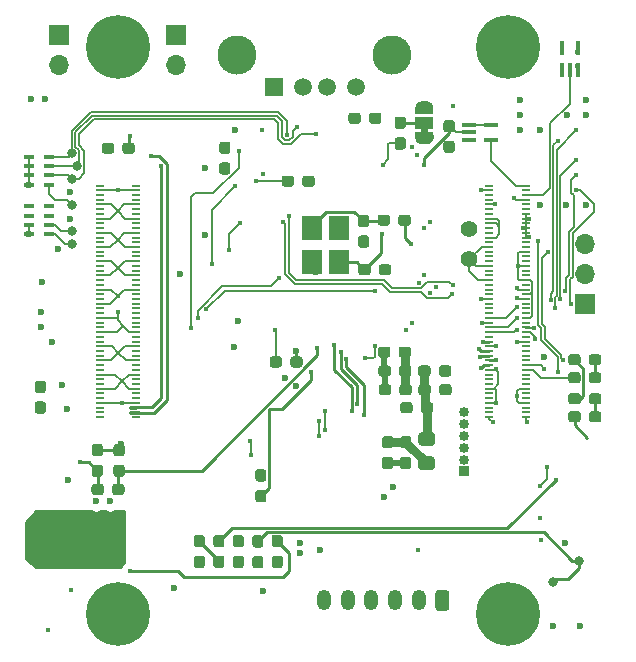
<source format=gbr>
%TF.GenerationSoftware,KiCad,Pcbnew,(5.1.6)-1*%
%TF.CreationDate,2020-12-09T10:59:39+01:00*%
%TF.ProjectId,CanSat,43616e53-6174-42e6-9b69-6361645f7063,rev?*%
%TF.SameCoordinates,Original*%
%TF.FileFunction,Copper,L1,Top*%
%TF.FilePolarity,Positive*%
%FSLAX46Y46*%
G04 Gerber Fmt 4.6, Leading zero omitted, Abs format (unit mm)*
G04 Created by KiCad (PCBNEW (5.1.6)-1) date 2020-12-09 10:59:39*
%MOMM*%
%LPD*%
G01*
G04 APERTURE LIST*
%TA.AperFunction,EtchedComponent*%
%ADD10C,0.100000*%
%TD*%
%TA.AperFunction,ComponentPad*%
%ADD11C,5.400000*%
%TD*%
%TA.AperFunction,ComponentPad*%
%ADD12C,0.800000*%
%TD*%
%TA.AperFunction,SMDPad,CuDef*%
%ADD13R,0.900000X0.400000*%
%TD*%
%TA.AperFunction,ComponentPad*%
%ADD14O,1.700000X1.700000*%
%TD*%
%TA.AperFunction,ComponentPad*%
%ADD15R,1.700000X1.700000*%
%TD*%
%TA.AperFunction,ComponentPad*%
%ADD16O,1.200000X1.750000*%
%TD*%
%TA.AperFunction,SMDPad,CuDef*%
%ADD17R,0.700000X0.200000*%
%TD*%
%TA.AperFunction,ComponentPad*%
%ADD18O,0.850000X0.850000*%
%TD*%
%TA.AperFunction,ComponentPad*%
%ADD19R,0.850000X0.850000*%
%TD*%
%TA.AperFunction,SMDPad,CuDef*%
%ADD20C,0.100000*%
%TD*%
%TA.AperFunction,SMDPad,CuDef*%
%ADD21R,1.500000X1.000000*%
%TD*%
%TA.AperFunction,ComponentPad*%
%ADD22C,1.400000*%
%TD*%
%TA.AperFunction,ComponentPad*%
%ADD23R,1.508000X1.508000*%
%TD*%
%TA.AperFunction,ComponentPad*%
%ADD24C,1.508000*%
%TD*%
%TA.AperFunction,ComponentPad*%
%ADD25C,3.316000*%
%TD*%
%TA.AperFunction,SMDPad,CuDef*%
%ADD26R,1.800000X2.100000*%
%TD*%
%TA.AperFunction,SMDPad,CuDef*%
%ADD27R,0.400000X1.190000*%
%TD*%
%TA.AperFunction,SMDPad,CuDef*%
%ADD28R,1.190000X0.400000*%
%TD*%
%TA.AperFunction,ViaPad*%
%ADD29C,0.450000*%
%TD*%
%TA.AperFunction,ViaPad*%
%ADD30C,0.600000*%
%TD*%
%TA.AperFunction,ViaPad*%
%ADD31C,0.800000*%
%TD*%
%TA.AperFunction,Conductor*%
%ADD32C,0.508000*%
%TD*%
%TA.AperFunction,Conductor*%
%ADD33C,0.254000*%
%TD*%
%TA.AperFunction,Conductor*%
%ADD34C,0.200000*%
%TD*%
%TA.AperFunction,Conductor*%
%ADD35C,0.250000*%
%TD*%
%TA.AperFunction,Conductor*%
%ADD36C,0.762000*%
%TD*%
%TA.AperFunction,Conductor*%
%ADD37C,0.261112*%
%TD*%
G04 APERTURE END LIST*
D10*
%TO.C,JP3*%
G36*
X219156000Y-40778000D02*
G01*
X219156000Y-40278000D01*
X219756000Y-40278000D01*
X219756000Y-40778000D01*
X219156000Y-40778000D01*
G37*
%TD*%
D11*
%TO.P,H3,1*%
%TO.N,GND*%
X226500000Y-81500000D03*
D12*
X228525000Y-81500000D03*
X227931891Y-82931891D03*
X226500000Y-83525000D03*
X225068109Y-82931891D03*
X224475000Y-81500000D03*
X225068109Y-80068109D03*
X226500000Y-79475000D03*
X227931891Y-80068109D03*
%TD*%
D13*
%TO.P,RN2,5*%
%TO.N,/STM32 MCU/SD_CLK*%
X187667000Y-45142000D03*
%TO.P,RN2,6*%
%TO.N,/STM32 MCU/SD_CMD*%
X187667000Y-44342000D03*
%TO.P,RN2,7*%
%TO.N,/STM32 MCU/SD_DAT3*%
X187667000Y-43542000D03*
%TO.P,RN2,8*%
%TO.N,/STM32 MCU/SD_DAT2*%
X187667000Y-42742000D03*
%TO.P,RN2,4*%
%TO.N,+3V3*%
X185967000Y-45142000D03*
%TO.P,RN2,1*%
X185967000Y-42742000D03*
%TO.P,RN2,3*%
X185967000Y-44342000D03*
%TO.P,RN2,2*%
X185967000Y-43542000D03*
%TD*%
%TO.P,RN1,5*%
%TO.N,Net-(RN1-Pad5)*%
X185967000Y-46933000D03*
%TO.P,RN1,6*%
%TO.N,Net-(RN1-Pad6)*%
X185967000Y-47733000D03*
%TO.P,RN1,7*%
%TO.N,+3V3*%
X185967000Y-48533000D03*
%TO.P,RN1,8*%
X185967000Y-49333000D03*
%TO.P,RN1,4*%
%TO.N,Net-(RN1-Pad4)*%
X187667000Y-46933000D03*
%TO.P,RN1,1*%
%TO.N,/STM32 MCU/SD_DAT1*%
X187667000Y-49333000D03*
%TO.P,RN1,3*%
%TO.N,Net-(RN1-Pad3)*%
X187667000Y-47733000D03*
%TO.P,RN1,2*%
%TO.N,/STM32 MCU/SD_DAT0*%
X187667000Y-48533000D03*
%TD*%
D14*
%TO.P,J7,2*%
%TO.N,GND*%
X198437500Y-34988500D03*
D15*
%TO.P,J7,1*%
X198437500Y-32448500D03*
%TD*%
D14*
%TO.P,J6,2*%
%TO.N,GND*%
X188531500Y-34988500D03*
D15*
%TO.P,J6,1*%
X188531500Y-32448500D03*
%TD*%
%TO.P,C1,2*%
%TO.N,GND*%
%TA.AperFunction,SMDPad,CuDef*%
G36*
G01*
X192007500Y-68117000D02*
X191532500Y-68117000D01*
G75*
G02*
X191295000Y-67879500I0J237500D01*
G01*
X191295000Y-67304500D01*
G75*
G02*
X191532500Y-67067000I237500J0D01*
G01*
X192007500Y-67067000D01*
G75*
G02*
X192245000Y-67304500I0J-237500D01*
G01*
X192245000Y-67879500D01*
G75*
G02*
X192007500Y-68117000I-237500J0D01*
G01*
G37*
%TD.AperFunction*%
%TO.P,C1,1*%
%TO.N,Net-(C1-Pad1)*%
%TA.AperFunction,SMDPad,CuDef*%
G36*
G01*
X192007500Y-69867000D02*
X191532500Y-69867000D01*
G75*
G02*
X191295000Y-69629500I0J237500D01*
G01*
X191295000Y-69054500D01*
G75*
G02*
X191532500Y-68817000I237500J0D01*
G01*
X192007500Y-68817000D01*
G75*
G02*
X192245000Y-69054500I0J-237500D01*
G01*
X192245000Y-69629500D01*
G75*
G02*
X192007500Y-69867000I-237500J0D01*
G01*
G37*
%TD.AperFunction*%
%TD*%
%TO.P,C7,1*%
%TO.N,Net-(C7-Pad1)*%
%TA.AperFunction,SMDPad,CuDef*%
G36*
G01*
X207374000Y-45068500D02*
X207374000Y-44593500D01*
G75*
G02*
X207611500Y-44356000I237500J0D01*
G01*
X208186500Y-44356000D01*
G75*
G02*
X208424000Y-44593500I0J-237500D01*
G01*
X208424000Y-45068500D01*
G75*
G02*
X208186500Y-45306000I-237500J0D01*
G01*
X207611500Y-45306000D01*
G75*
G02*
X207374000Y-45068500I0J237500D01*
G01*
G37*
%TD.AperFunction*%
%TO.P,C7,2*%
%TO.N,GND*%
%TA.AperFunction,SMDPad,CuDef*%
G36*
G01*
X209124000Y-45068500D02*
X209124000Y-44593500D01*
G75*
G02*
X209361500Y-44356000I237500J0D01*
G01*
X209936500Y-44356000D01*
G75*
G02*
X210174000Y-44593500I0J-237500D01*
G01*
X210174000Y-45068500D01*
G75*
G02*
X209936500Y-45306000I-237500J0D01*
G01*
X209361500Y-45306000D01*
G75*
G02*
X209124000Y-45068500I0J237500D01*
G01*
G37*
%TD.AperFunction*%
%TD*%
%TO.P,C8,1*%
%TO.N,+3V3*%
%TA.AperFunction,SMDPad,CuDef*%
G36*
G01*
X218393500Y-62246500D02*
X218393500Y-62721500D01*
G75*
G02*
X218156000Y-62959000I-237500J0D01*
G01*
X217581000Y-62959000D01*
G75*
G02*
X217343500Y-62721500I0J237500D01*
G01*
X217343500Y-62246500D01*
G75*
G02*
X217581000Y-62009000I237500J0D01*
G01*
X218156000Y-62009000D01*
G75*
G02*
X218393500Y-62246500I0J-237500D01*
G01*
G37*
%TD.AperFunction*%
%TO.P,C8,2*%
%TO.N,GND*%
%TA.AperFunction,SMDPad,CuDef*%
G36*
G01*
X216643500Y-62246500D02*
X216643500Y-62721500D01*
G75*
G02*
X216406000Y-62959000I-237500J0D01*
G01*
X215831000Y-62959000D01*
G75*
G02*
X215593500Y-62721500I0J237500D01*
G01*
X215593500Y-62246500D01*
G75*
G02*
X215831000Y-62009000I237500J0D01*
G01*
X216406000Y-62009000D01*
G75*
G02*
X216643500Y-62246500I0J-237500D01*
G01*
G37*
%TD.AperFunction*%
%TD*%
%TO.P,C9,1*%
%TO.N,+3V3*%
%TA.AperFunction,SMDPad,CuDef*%
G36*
G01*
X206358000Y-60372000D02*
X206358000Y-59897000D01*
G75*
G02*
X206595500Y-59659500I237500J0D01*
G01*
X207170500Y-59659500D01*
G75*
G02*
X207408000Y-59897000I0J-237500D01*
G01*
X207408000Y-60372000D01*
G75*
G02*
X207170500Y-60609500I-237500J0D01*
G01*
X206595500Y-60609500D01*
G75*
G02*
X206358000Y-60372000I0J237500D01*
G01*
G37*
%TD.AperFunction*%
%TO.P,C9,2*%
%TO.N,GND*%
%TA.AperFunction,SMDPad,CuDef*%
G36*
G01*
X208108000Y-60372000D02*
X208108000Y-59897000D01*
G75*
G02*
X208345500Y-59659500I237500J0D01*
G01*
X208920500Y-59659500D01*
G75*
G02*
X209158000Y-59897000I0J-237500D01*
G01*
X209158000Y-60372000D01*
G75*
G02*
X208920500Y-60609500I-237500J0D01*
G01*
X208345500Y-60609500D01*
G75*
G02*
X208108000Y-60372000I0J237500D01*
G01*
G37*
%TD.AperFunction*%
%TD*%
%TO.P,C10,2*%
%TO.N,GND*%
%TA.AperFunction,SMDPad,CuDef*%
G36*
G01*
X215601000Y-52561500D02*
X215601000Y-52086500D01*
G75*
G02*
X215838500Y-51849000I237500J0D01*
G01*
X216413500Y-51849000D01*
G75*
G02*
X216651000Y-52086500I0J-237500D01*
G01*
X216651000Y-52561500D01*
G75*
G02*
X216413500Y-52799000I-237500J0D01*
G01*
X215838500Y-52799000D01*
G75*
G02*
X215601000Y-52561500I0J237500D01*
G01*
G37*
%TD.AperFunction*%
%TO.P,C10,1*%
%TO.N,/STM32 MCU/OSC_IN*%
%TA.AperFunction,SMDPad,CuDef*%
G36*
G01*
X213851000Y-52561500D02*
X213851000Y-52086500D01*
G75*
G02*
X214088500Y-51849000I237500J0D01*
G01*
X214663500Y-51849000D01*
G75*
G02*
X214901000Y-52086500I0J-237500D01*
G01*
X214901000Y-52561500D01*
G75*
G02*
X214663500Y-52799000I-237500J0D01*
G01*
X214088500Y-52799000D01*
G75*
G02*
X213851000Y-52561500I0J237500D01*
G01*
G37*
%TD.AperFunction*%
%TD*%
%TO.P,C11,1*%
%TO.N,+3V3*%
%TA.AperFunction,SMDPad,CuDef*%
G36*
G01*
X202802500Y-44276500D02*
X202327500Y-44276500D01*
G75*
G02*
X202090000Y-44039000I0J237500D01*
G01*
X202090000Y-43464000D01*
G75*
G02*
X202327500Y-43226500I237500J0D01*
G01*
X202802500Y-43226500D01*
G75*
G02*
X203040000Y-43464000I0J-237500D01*
G01*
X203040000Y-44039000D01*
G75*
G02*
X202802500Y-44276500I-237500J0D01*
G01*
G37*
%TD.AperFunction*%
%TO.P,C11,2*%
%TO.N,GND*%
%TA.AperFunction,SMDPad,CuDef*%
G36*
G01*
X202802500Y-42526500D02*
X202327500Y-42526500D01*
G75*
G02*
X202090000Y-42289000I0J237500D01*
G01*
X202090000Y-41714000D01*
G75*
G02*
X202327500Y-41476500I237500J0D01*
G01*
X202802500Y-41476500D01*
G75*
G02*
X203040000Y-41714000I0J-237500D01*
G01*
X203040000Y-42289000D01*
G75*
G02*
X202802500Y-42526500I-237500J0D01*
G01*
G37*
%TD.AperFunction*%
%TD*%
%TO.P,C13,1*%
%TO.N,Net-(C13-Pad1)*%
%TA.AperFunction,SMDPad,CuDef*%
G36*
G01*
X214075000Y-47671500D02*
X214550000Y-47671500D01*
G75*
G02*
X214787500Y-47909000I0J-237500D01*
G01*
X214787500Y-48484000D01*
G75*
G02*
X214550000Y-48721500I-237500J0D01*
G01*
X214075000Y-48721500D01*
G75*
G02*
X213837500Y-48484000I0J237500D01*
G01*
X213837500Y-47909000D01*
G75*
G02*
X214075000Y-47671500I237500J0D01*
G01*
G37*
%TD.AperFunction*%
%TO.P,C13,2*%
%TO.N,GND*%
%TA.AperFunction,SMDPad,CuDef*%
G36*
G01*
X214075000Y-49421500D02*
X214550000Y-49421500D01*
G75*
G02*
X214787500Y-49659000I0J-237500D01*
G01*
X214787500Y-50234000D01*
G75*
G02*
X214550000Y-50471500I-237500J0D01*
G01*
X214075000Y-50471500D01*
G75*
G02*
X213837500Y-50234000I0J237500D01*
G01*
X213837500Y-49659000D01*
G75*
G02*
X214075000Y-49421500I237500J0D01*
G01*
G37*
%TD.AperFunction*%
%TD*%
%TO.P,C14,1*%
%TO.N,+3V3*%
%TA.AperFunction,SMDPad,CuDef*%
G36*
G01*
X218365500Y-60659000D02*
X218365500Y-61134000D01*
G75*
G02*
X218128000Y-61371500I-237500J0D01*
G01*
X217553000Y-61371500D01*
G75*
G02*
X217315500Y-61134000I0J237500D01*
G01*
X217315500Y-60659000D01*
G75*
G02*
X217553000Y-60421500I237500J0D01*
G01*
X218128000Y-60421500D01*
G75*
G02*
X218365500Y-60659000I0J-237500D01*
G01*
G37*
%TD.AperFunction*%
%TO.P,C14,2*%
%TO.N,GND*%
%TA.AperFunction,SMDPad,CuDef*%
G36*
G01*
X216615500Y-60659000D02*
X216615500Y-61134000D01*
G75*
G02*
X216378000Y-61371500I-237500J0D01*
G01*
X215803000Y-61371500D01*
G75*
G02*
X215565500Y-61134000I0J237500D01*
G01*
X215565500Y-60659000D01*
G75*
G02*
X215803000Y-60421500I237500J0D01*
G01*
X216378000Y-60421500D01*
G75*
G02*
X216615500Y-60659000I0J-237500D01*
G01*
G37*
%TD.AperFunction*%
%TD*%
%TO.P,C15,2*%
%TO.N,GND*%
%TA.AperFunction,SMDPad,CuDef*%
G36*
G01*
X216580000Y-59071500D02*
X216580000Y-59546500D01*
G75*
G02*
X216342500Y-59784000I-237500J0D01*
G01*
X215767500Y-59784000D01*
G75*
G02*
X215530000Y-59546500I0J237500D01*
G01*
X215530000Y-59071500D01*
G75*
G02*
X215767500Y-58834000I237500J0D01*
G01*
X216342500Y-58834000D01*
G75*
G02*
X216580000Y-59071500I0J-237500D01*
G01*
G37*
%TD.AperFunction*%
%TO.P,C15,1*%
%TO.N,+3V3*%
%TA.AperFunction,SMDPad,CuDef*%
G36*
G01*
X218330000Y-59071500D02*
X218330000Y-59546500D01*
G75*
G02*
X218092500Y-59784000I-237500J0D01*
G01*
X217517500Y-59784000D01*
G75*
G02*
X217280000Y-59546500I0J237500D01*
G01*
X217280000Y-59071500D01*
G75*
G02*
X217517500Y-58834000I237500J0D01*
G01*
X218092500Y-58834000D01*
G75*
G02*
X218330000Y-59071500I0J-237500D01*
G01*
G37*
%TD.AperFunction*%
%TD*%
%TO.P,C16,1*%
%TO.N,+3V3*%
%TA.AperFunction,SMDPad,CuDef*%
G36*
G01*
X215825500Y-39259500D02*
X215825500Y-39734500D01*
G75*
G02*
X215588000Y-39972000I-237500J0D01*
G01*
X215013000Y-39972000D01*
G75*
G02*
X214775500Y-39734500I0J237500D01*
G01*
X214775500Y-39259500D01*
G75*
G02*
X215013000Y-39022000I237500J0D01*
G01*
X215588000Y-39022000D01*
G75*
G02*
X215825500Y-39259500I0J-237500D01*
G01*
G37*
%TD.AperFunction*%
%TO.P,C16,2*%
%TO.N,GND*%
%TA.AperFunction,SMDPad,CuDef*%
G36*
G01*
X214075500Y-39259500D02*
X214075500Y-39734500D01*
G75*
G02*
X213838000Y-39972000I-237500J0D01*
G01*
X213263000Y-39972000D01*
G75*
G02*
X213025500Y-39734500I0J237500D01*
G01*
X213025500Y-39259500D01*
G75*
G02*
X213263000Y-39022000I237500J0D01*
G01*
X213838000Y-39022000D01*
G75*
G02*
X214075500Y-39259500I0J-237500D01*
G01*
G37*
%TD.AperFunction*%
%TD*%
%TO.P,C17,2*%
%TO.N,GND*%
%TA.AperFunction,SMDPad,CuDef*%
G36*
G01*
X220709000Y-62721500D02*
X220709000Y-62246500D01*
G75*
G02*
X220946500Y-62009000I237500J0D01*
G01*
X221521500Y-62009000D01*
G75*
G02*
X221759000Y-62246500I0J-237500D01*
G01*
X221759000Y-62721500D01*
G75*
G02*
X221521500Y-62959000I-237500J0D01*
G01*
X220946500Y-62959000D01*
G75*
G02*
X220709000Y-62721500I0J237500D01*
G01*
G37*
%TD.AperFunction*%
%TO.P,C17,1*%
%TO.N,/STM32 MCU/VDDA*%
%TA.AperFunction,SMDPad,CuDef*%
G36*
G01*
X218959000Y-62721500D02*
X218959000Y-62246500D01*
G75*
G02*
X219196500Y-62009000I237500J0D01*
G01*
X219771500Y-62009000D01*
G75*
G02*
X220009000Y-62246500I0J-237500D01*
G01*
X220009000Y-62721500D01*
G75*
G02*
X219771500Y-62959000I-237500J0D01*
G01*
X219196500Y-62959000D01*
G75*
G02*
X218959000Y-62721500I0J237500D01*
G01*
G37*
%TD.AperFunction*%
%TD*%
%TO.P,C18,1*%
%TO.N,/STM32 MCU/VDDA*%
%TA.AperFunction,SMDPad,CuDef*%
G36*
G01*
X218931000Y-61134000D02*
X218931000Y-60659000D01*
G75*
G02*
X219168500Y-60421500I237500J0D01*
G01*
X219743500Y-60421500D01*
G75*
G02*
X219981000Y-60659000I0J-237500D01*
G01*
X219981000Y-61134000D01*
G75*
G02*
X219743500Y-61371500I-237500J0D01*
G01*
X219168500Y-61371500D01*
G75*
G02*
X218931000Y-61134000I0J237500D01*
G01*
G37*
%TD.AperFunction*%
%TO.P,C18,2*%
%TO.N,GND*%
%TA.AperFunction,SMDPad,CuDef*%
G36*
G01*
X220681000Y-61134000D02*
X220681000Y-60659000D01*
G75*
G02*
X220918500Y-60421500I237500J0D01*
G01*
X221493500Y-60421500D01*
G75*
G02*
X221731000Y-60659000I0J-237500D01*
G01*
X221731000Y-61134000D01*
G75*
G02*
X221493500Y-61371500I-237500J0D01*
G01*
X220918500Y-61371500D01*
G75*
G02*
X220681000Y-61134000I0J237500D01*
G01*
G37*
%TD.AperFunction*%
%TD*%
%TO.P,C19,2*%
%TO.N,GND*%
%TA.AperFunction,SMDPad,CuDef*%
G36*
G01*
X217631000Y-68154000D02*
X218106000Y-68154000D01*
G75*
G02*
X218343500Y-68391500I0J-237500D01*
G01*
X218343500Y-68966500D01*
G75*
G02*
X218106000Y-69204000I-237500J0D01*
G01*
X217631000Y-69204000D01*
G75*
G02*
X217393500Y-68966500I0J237500D01*
G01*
X217393500Y-68391500D01*
G75*
G02*
X217631000Y-68154000I237500J0D01*
G01*
G37*
%TD.AperFunction*%
%TO.P,C19,1*%
%TO.N,/STM32 MCU/VREF*%
%TA.AperFunction,SMDPad,CuDef*%
G36*
G01*
X217631000Y-66404000D02*
X218106000Y-66404000D01*
G75*
G02*
X218343500Y-66641500I0J-237500D01*
G01*
X218343500Y-67216500D01*
G75*
G02*
X218106000Y-67454000I-237500J0D01*
G01*
X217631000Y-67454000D01*
G75*
G02*
X217393500Y-67216500I0J237500D01*
G01*
X217393500Y-66641500D01*
G75*
G02*
X217631000Y-66404000I237500J0D01*
G01*
G37*
%TD.AperFunction*%
%TD*%
%TO.P,C20,2*%
%TO.N,GND*%
%TA.AperFunction,SMDPad,CuDef*%
G36*
G01*
X216107000Y-68154000D02*
X216582000Y-68154000D01*
G75*
G02*
X216819500Y-68391500I0J-237500D01*
G01*
X216819500Y-68966500D01*
G75*
G02*
X216582000Y-69204000I-237500J0D01*
G01*
X216107000Y-69204000D01*
G75*
G02*
X215869500Y-68966500I0J237500D01*
G01*
X215869500Y-68391500D01*
G75*
G02*
X216107000Y-68154000I237500J0D01*
G01*
G37*
%TD.AperFunction*%
%TO.P,C20,1*%
%TO.N,/STM32 MCU/VREF*%
%TA.AperFunction,SMDPad,CuDef*%
G36*
G01*
X216107000Y-66404000D02*
X216582000Y-66404000D01*
G75*
G02*
X216819500Y-66641500I0J-237500D01*
G01*
X216819500Y-67216500D01*
G75*
G02*
X216582000Y-67454000I-237500J0D01*
G01*
X216107000Y-67454000D01*
G75*
G02*
X215869500Y-67216500I0J237500D01*
G01*
X215869500Y-66641500D01*
G75*
G02*
X216107000Y-66404000I237500J0D01*
G01*
G37*
%TD.AperFunction*%
%TD*%
%TO.P,C22,1*%
%TO.N,+3V3*%
%TA.AperFunction,SMDPad,CuDef*%
G36*
G01*
X192148000Y-42274500D02*
X192148000Y-41799500D01*
G75*
G02*
X192385500Y-41562000I237500J0D01*
G01*
X192960500Y-41562000D01*
G75*
G02*
X193198000Y-41799500I0J-237500D01*
G01*
X193198000Y-42274500D01*
G75*
G02*
X192960500Y-42512000I-237500J0D01*
G01*
X192385500Y-42512000D01*
G75*
G02*
X192148000Y-42274500I0J237500D01*
G01*
G37*
%TD.AperFunction*%
%TO.P,C22,2*%
%TO.N,GND*%
%TA.AperFunction,SMDPad,CuDef*%
G36*
G01*
X193898000Y-42274500D02*
X193898000Y-41799500D01*
G75*
G02*
X194135500Y-41562000I237500J0D01*
G01*
X194710500Y-41562000D01*
G75*
G02*
X194948000Y-41799500I0J-237500D01*
G01*
X194948000Y-42274500D01*
G75*
G02*
X194710500Y-42512000I-237500J0D01*
G01*
X194135500Y-42512000D01*
G75*
G02*
X193898000Y-42274500I0J237500D01*
G01*
G37*
%TD.AperFunction*%
%TD*%
%TO.P,D5,1*%
%TO.N,Net-(D5-Pad1)*%
%TA.AperFunction,SMDPad,CuDef*%
G36*
G01*
X234431000Y-59706500D02*
X234431000Y-60181500D01*
G75*
G02*
X234193500Y-60419000I-237500J0D01*
G01*
X233618500Y-60419000D01*
G75*
G02*
X233381000Y-60181500I0J237500D01*
G01*
X233381000Y-59706500D01*
G75*
G02*
X233618500Y-59469000I237500J0D01*
G01*
X234193500Y-59469000D01*
G75*
G02*
X234431000Y-59706500I0J-237500D01*
G01*
G37*
%TD.AperFunction*%
%TO.P,D5,2*%
%TO.N,+3V3*%
%TA.AperFunction,SMDPad,CuDef*%
G36*
G01*
X232681000Y-59706500D02*
X232681000Y-60181500D01*
G75*
G02*
X232443500Y-60419000I-237500J0D01*
G01*
X231868500Y-60419000D01*
G75*
G02*
X231631000Y-60181500I0J237500D01*
G01*
X231631000Y-59706500D01*
G75*
G02*
X231868500Y-59469000I237500J0D01*
G01*
X232443500Y-59469000D01*
G75*
G02*
X232681000Y-59706500I0J-237500D01*
G01*
G37*
%TD.AperFunction*%
%TD*%
%TO.P,D6,2*%
%TO.N,+3V3*%
%TA.AperFunction,SMDPad,CuDef*%
G36*
G01*
X232695000Y-63008500D02*
X232695000Y-63483500D01*
G75*
G02*
X232457500Y-63721000I-237500J0D01*
G01*
X231882500Y-63721000D01*
G75*
G02*
X231645000Y-63483500I0J237500D01*
G01*
X231645000Y-63008500D01*
G75*
G02*
X231882500Y-62771000I237500J0D01*
G01*
X232457500Y-62771000D01*
G75*
G02*
X232695000Y-63008500I0J-237500D01*
G01*
G37*
%TD.AperFunction*%
%TO.P,D6,1*%
%TO.N,Net-(D6-Pad1)*%
%TA.AperFunction,SMDPad,CuDef*%
G36*
G01*
X234445000Y-63008500D02*
X234445000Y-63483500D01*
G75*
G02*
X234207500Y-63721000I-237500J0D01*
G01*
X233632500Y-63721000D01*
G75*
G02*
X233395000Y-63483500I0J237500D01*
G01*
X233395000Y-63008500D01*
G75*
G02*
X233632500Y-62771000I237500J0D01*
G01*
X234207500Y-62771000D01*
G75*
G02*
X234445000Y-63008500I0J-237500D01*
G01*
G37*
%TD.AperFunction*%
%TD*%
%TO.P,J10,1*%
%TO.N,GND*%
X233045000Y-55245000D03*
D14*
%TO.P,J10,2*%
%TO.N,Net-(J10-Pad2)*%
X233045000Y-52705000D03*
%TO.P,J10,3*%
%TO.N,+5V*%
X233045000Y-50165000D03*
%TD*%
D16*
%TO.P,J12,6*%
%TO.N,+3V3*%
X210980000Y-80327500D03*
%TO.P,J12,5*%
%TO.N,GND*%
X212980000Y-80327500D03*
%TO.P,J12,4*%
%TO.N,VBAT*%
X214980000Y-80327500D03*
%TO.P,J12,3*%
%TO.N,GND*%
X216980000Y-80327500D03*
%TO.P,J12,2*%
%TO.N,+5V*%
X218980000Y-80327500D03*
%TO.P,J12,1*%
%TA.AperFunction,ComponentPad*%
G36*
G01*
X221580000Y-79702499D02*
X221580000Y-80952501D01*
G75*
G02*
X221330001Y-81202500I-249999J0D01*
G01*
X220629999Y-81202500D01*
G75*
G02*
X220380000Y-80952501I0J249999D01*
G01*
X220380000Y-79702499D01*
G75*
G02*
X220629999Y-79452500I249999J0D01*
G01*
X221330001Y-79452500D01*
G75*
G02*
X221580000Y-79702499I0J-249999D01*
G01*
G37*
%TD.AperFunction*%
%TD*%
D17*
%TO.P,J15,1*%
%TO.N,GND*%
X228040000Y-64800000D03*
%TO.P,J15,2*%
X224960000Y-64800000D03*
%TO.P,J15,3*%
%TO.N,Net-(J15-Pad3)*%
X228040000Y-64400000D03*
%TO.P,J15,4*%
%TO.N,Net-(J15-Pad4)*%
X224960000Y-64400000D03*
%TO.P,J15,5*%
%TO.N,Net-(J15-Pad5)*%
X228040000Y-64000000D03*
%TO.P,J15,6*%
%TO.N,Net-(J15-Pad6)*%
X224960000Y-64000000D03*
%TO.P,J15,7*%
%TO.N,GND*%
X228040000Y-63600000D03*
%TO.P,J15,8*%
X224960000Y-63600000D03*
%TO.P,J15,9*%
%TO.N,Net-(J15-Pad9)*%
X228040000Y-63200000D03*
%TO.P,J15,10*%
%TO.N,Net-(J15-Pad10)*%
X224960000Y-63200000D03*
%TO.P,J15,11*%
%TO.N,Net-(J15-Pad11)*%
X228040000Y-62800000D03*
%TO.P,J15,12*%
%TO.N,Net-(J15-Pad12)*%
X224960000Y-62800000D03*
%TO.P,J15,13*%
%TO.N,GND*%
X228040000Y-62400000D03*
%TO.P,J15,14*%
X224960000Y-62400000D03*
%TO.P,J15,15*%
%TO.N,Net-(J15-Pad15)*%
X228040000Y-62000000D03*
%TO.P,J15,16*%
%TO.N,Net-(J15-Pad16)*%
X224960000Y-62000000D03*
%TO.P,J15,17*%
%TO.N,Net-(J15-Pad17)*%
X228040000Y-61600000D03*
%TO.P,J15,18*%
%TO.N,Net-(J15-Pad18)*%
X224960000Y-61600000D03*
%TO.P,J15,19*%
%TO.N,Net-(J15-Pad19)*%
X228040000Y-61200000D03*
%TO.P,J15,20*%
%TO.N,Net-(J15-Pad20)*%
X224960000Y-61200000D03*
%TO.P,J15,21*%
%TO.N,/RPi CM4/RPI_ACT*%
X228040000Y-60800000D03*
%TO.P,J15,22*%
%TO.N,GND*%
X224960000Y-60800000D03*
%TO.P,J15,23*%
X228040000Y-60400000D03*
%TO.P,J15,24*%
%TO.N,/RPi CM4/GPIO_26*%
X224960000Y-60400000D03*
%TO.P,J15,25*%
%TO.N,Net-(J15-Pad25)*%
X228040000Y-60000000D03*
%TO.P,J15,26*%
%TO.N,/RPi CM4/GPIO_19*%
X224960000Y-60000000D03*
%TO.P,J15,27*%
%TO.N,Net-(J15-Pad27)*%
X228040000Y-59600000D03*
%TO.P,J15,28*%
%TO.N,/RPi CM4/GPIO_13*%
X224960000Y-59600000D03*
%TO.P,J15,29*%
%TO.N,Net-(J15-Pad29)*%
X228040000Y-59200000D03*
%TO.P,J15,30*%
%TO.N,/RPi CM4/GPIO_6*%
X224960000Y-59200000D03*
%TO.P,J15,31*%
%TO.N,Net-(J15-Pad31)*%
X228040000Y-58800000D03*
%TO.P,J15,32*%
%TO.N,GND*%
X224960000Y-58800000D03*
%TO.P,J15,33*%
X228040000Y-58400000D03*
%TO.P,J15,34*%
%TO.N,/RPi CM4/GPIO_5*%
X224960000Y-58400000D03*
%TO.P,J15,35*%
%TO.N,Net-(J15-Pad35)*%
X228040000Y-58000000D03*
%TO.P,J15,36*%
%TO.N,Net-(J15-Pad36)*%
X224960000Y-58000000D03*
%TO.P,J15,37*%
%TO.N,/RPi CM4/CE1*%
X228040000Y-57600000D03*
%TO.P,J15,38*%
%TO.N,/Peripherals and Connectors/CLK*%
X224960000Y-57600000D03*
%TO.P,J15,39*%
%TO.N,/RPi CM4/CE0*%
X228040000Y-57200000D03*
%TO.P,J15,40*%
%TO.N,/Peripherals and Connectors/MISO*%
X224960000Y-57200000D03*
%TO.P,J15,41*%
%TO.N,Net-(J15-Pad41)*%
X228040000Y-56800000D03*
%TO.P,J15,42*%
%TO.N,GND*%
X224960000Y-56800000D03*
%TO.P,J15,43*%
X228040000Y-56400000D03*
%TO.P,J15,44*%
%TO.N,/Peripherals and Connectors/MOSI*%
X224960000Y-56400000D03*
%TO.P,J15,45*%
%TO.N,Net-(J15-Pad45)*%
X228040000Y-56000000D03*
%TO.P,J15,46*%
%TO.N,Net-(J15-Pad46)*%
X224960000Y-56000000D03*
%TO.P,J15,47*%
%TO.N,Net-(J15-Pad47)*%
X228040000Y-55600000D03*
%TO.P,J15,48*%
%TO.N,Net-(J15-Pad48)*%
X224960000Y-55600000D03*
%TO.P,J15,49*%
%TO.N,Net-(J15-Pad49)*%
X228040000Y-55200000D03*
%TO.P,J15,50*%
%TO.N,Net-(J15-Pad50)*%
X224960000Y-55200000D03*
%TO.P,J15,51*%
%TO.N,/RPi CM4/RPI_RX*%
X228040000Y-54800000D03*
%TO.P,J15,52*%
%TO.N,GND*%
X224960000Y-54800000D03*
%TO.P,J15,53*%
X228040000Y-54400000D03*
%TO.P,J15,54*%
%TO.N,Net-(J15-Pad54)*%
X224960000Y-54400000D03*
%TO.P,J15,55*%
%TO.N,/RPi CM4/RPI_TX*%
X228040000Y-54000000D03*
%TO.P,J15,56*%
%TO.N,Net-(J15-Pad56)*%
X224960000Y-54000000D03*
%TO.P,J15,57*%
%TO.N,Net-(J15-Pad57)*%
X228040000Y-53600000D03*
%TO.P,J15,58*%
%TO.N,Net-(J15-Pad58)*%
X224960000Y-53600000D03*
%TO.P,J15,59*%
%TO.N,GND*%
X228040000Y-53200000D03*
%TO.P,J15,60*%
X224960000Y-53200000D03*
%TO.P,J15,61*%
%TO.N,Net-(J15-Pad61)*%
X228040000Y-52800000D03*
%TO.P,J15,62*%
%TO.N,Net-(J15-Pad62)*%
X224960000Y-52800000D03*
%TO.P,J15,63*%
%TO.N,Net-(J15-Pad63)*%
X228040000Y-52400000D03*
%TO.P,J15,64*%
%TO.N,Net-(J15-Pad64)*%
X224960000Y-52400000D03*
%TO.P,J15,65*%
%TO.N,GND*%
X228040000Y-52000000D03*
%TO.P,J15,66*%
X224960000Y-52000000D03*
%TO.P,J15,67*%
%TO.N,Net-(J15-Pad67)*%
X228040000Y-51600000D03*
%TO.P,J15,68*%
%TO.N,Net-(J15-Pad68)*%
X224960000Y-51600000D03*
%TO.P,J15,69*%
%TO.N,Net-(J15-Pad69)*%
X228040000Y-51200000D03*
%TO.P,J15,70*%
%TO.N,Net-(J15-Pad70)*%
X224960000Y-51200000D03*
%TO.P,J15,71*%
%TO.N,GND*%
X228040000Y-50800000D03*
%TO.P,J15,72*%
%TO.N,Net-(J15-Pad72)*%
X224960000Y-50800000D03*
%TO.P,J15,73*%
%TO.N,Net-(J15-Pad73)*%
X228040000Y-50400000D03*
%TO.P,J15,74*%
%TO.N,GND*%
X224960000Y-50400000D03*
%TO.P,J15,75*%
%TO.N,Net-(J15-Pad75)*%
X228040000Y-50000000D03*
%TO.P,J15,76*%
%TO.N,Net-(J15-Pad76)*%
X224960000Y-50000000D03*
%TO.P,J15,77*%
%TO.N,+5V*%
X228040000Y-49600000D03*
%TO.P,J15,78*%
%TO.N,/RPi CM4/GPIO_VREF*%
X224960000Y-49600000D03*
%TO.P,J15,79*%
%TO.N,+5V*%
X228040000Y-49200000D03*
%TO.P,J15,80*%
%TO.N,Net-(J15-Pad80)*%
X224960000Y-49200000D03*
%TO.P,J15,81*%
%TO.N,+5V*%
X228040000Y-48800000D03*
%TO.P,J15,82*%
%TO.N,Net-(J15-Pad82)*%
X224960000Y-48800000D03*
%TO.P,J15,83*%
%TO.N,+5V*%
X228040000Y-48400000D03*
%TO.P,J15,84*%
%TO.N,/RPi CM4/GPIO_VREF*%
X224960000Y-48400000D03*
%TO.P,J15,85*%
%TO.N,+5V*%
X228040000Y-48000000D03*
%TO.P,J15,86*%
%TO.N,/RPi CM4/GPIO_VREF*%
X224960000Y-48000000D03*
%TO.P,J15,87*%
%TO.N,+5V*%
X228040000Y-47600000D03*
%TO.P,J15,88*%
%TO.N,Net-(J15-Pad88)*%
X224960000Y-47600000D03*
%TO.P,J15,89*%
%TO.N,Net-(J15-Pad89)*%
X228040000Y-47200000D03*
%TO.P,J15,90*%
%TO.N,Net-(J15-Pad90)*%
X224960000Y-47200000D03*
%TO.P,J15,91*%
%TO.N,Net-(J15-Pad91)*%
X228040000Y-46800000D03*
%TO.P,J15,92*%
%TO.N,Net-(J15-Pad92)*%
X224960000Y-46800000D03*
%TO.P,J15,93*%
%TO.N,/RPi CM4/nRPI_BOOT*%
X228040000Y-46400000D03*
%TO.P,J15,94*%
%TO.N,Net-(J15-Pad94)*%
X224960000Y-46400000D03*
%TO.P,J15,95*%
%TO.N,/RPi CM4/RPI_PWR*%
X228040000Y-46000000D03*
%TO.P,J15,96*%
%TO.N,Net-(J15-Pad96)*%
X224960000Y-46000000D03*
%TO.P,J15,97*%
%TO.N,Net-(J15-Pad97)*%
X228040000Y-45600000D03*
%TO.P,J15,98*%
%TO.N,GND*%
X224960000Y-45600000D03*
%TO.P,J15,99*%
%TO.N,/RPi CM4/RPI_ENABLE*%
X228040000Y-45200000D03*
%TO.P,J15,100*%
%TO.N,Net-(J15-Pad100)*%
X224960000Y-45200000D03*
%TD*%
%TO.P,J16,100*%
%TO.N,Net-(J16-Pad100)*%
X191960000Y-45200000D03*
%TO.P,J16,99*%
%TO.N,Net-(J16-Pad99)*%
X195040000Y-45200000D03*
%TO.P,J16,98*%
%TO.N,GND*%
X191960000Y-45600000D03*
%TO.P,J16,97*%
X195040000Y-45600000D03*
%TO.P,J16,96*%
%TO.N,Net-(J16-Pad96)*%
X191960000Y-46000000D03*
%TO.P,J16,95*%
%TO.N,Net-(J16-Pad95)*%
X195040000Y-46000000D03*
%TO.P,J16,94*%
%TO.N,Net-(J16-Pad94)*%
X191960000Y-46400000D03*
%TO.P,J16,93*%
%TO.N,Net-(J16-Pad93)*%
X195040000Y-46400000D03*
%TO.P,J16,92*%
%TO.N,GND*%
X191960000Y-46800000D03*
%TO.P,J16,91*%
X195040000Y-46800000D03*
%TO.P,J16,90*%
%TO.N,Net-(J16-Pad90)*%
X191960000Y-47200000D03*
%TO.P,J16,89*%
%TO.N,Net-(J16-Pad89)*%
X195040000Y-47200000D03*
%TO.P,J16,88*%
%TO.N,Net-(J16-Pad88)*%
X191960000Y-47600000D03*
%TO.P,J16,87*%
%TO.N,Net-(J16-Pad87)*%
X195040000Y-47600000D03*
%TO.P,J16,86*%
%TO.N,GND*%
X191960000Y-48000000D03*
%TO.P,J16,85*%
X195040000Y-48000000D03*
%TO.P,J16,84*%
%TO.N,Net-(J16-Pad84)*%
X191960000Y-48400000D03*
%TO.P,J16,83*%
%TO.N,Net-(J16-Pad83)*%
X195040000Y-48400000D03*
%TO.P,J16,82*%
%TO.N,Net-(J16-Pad82)*%
X191960000Y-48800000D03*
%TO.P,J16,81*%
%TO.N,Net-(J16-Pad81)*%
X195040000Y-48800000D03*
%TO.P,J16,80*%
%TO.N,GND*%
X191960000Y-49200000D03*
%TO.P,J16,79*%
X195040000Y-49200000D03*
%TO.P,J16,78*%
%TO.N,Net-(J16-Pad78)*%
X191960000Y-49600000D03*
%TO.P,J16,77*%
%TO.N,Net-(J16-Pad77)*%
X195040000Y-49600000D03*
%TO.P,J16,76*%
%TO.N,Net-(J16-Pad76)*%
X191960000Y-50000000D03*
%TO.P,J16,75*%
%TO.N,Net-(J16-Pad75)*%
X195040000Y-50000000D03*
%TO.P,J16,74*%
%TO.N,GND*%
X191960000Y-50400000D03*
%TO.P,J16,73*%
X195040000Y-50400000D03*
%TO.P,J16,72*%
%TO.N,Net-(J16-Pad72)*%
X191960000Y-50800000D03*
%TO.P,J16,71*%
%TO.N,Net-(J16-Pad71)*%
X195040000Y-50800000D03*
%TO.P,J16,70*%
%TO.N,Net-(J16-Pad70)*%
X191960000Y-51200000D03*
%TO.P,J16,69*%
%TO.N,Net-(J16-Pad69)*%
X195040000Y-51200000D03*
%TO.P,J16,68*%
%TO.N,GND*%
X191960000Y-51600000D03*
%TO.P,J16,67*%
X195040000Y-51600000D03*
%TO.P,J16,66*%
%TO.N,Net-(J16-Pad66)*%
X191960000Y-52000000D03*
%TO.P,J16,65*%
%TO.N,Net-(J16-Pad65)*%
X195040000Y-52000000D03*
%TO.P,J16,64*%
%TO.N,Net-(J16-Pad64)*%
X191960000Y-52400000D03*
%TO.P,J16,63*%
%TO.N,Net-(J16-Pad63)*%
X195040000Y-52400000D03*
%TO.P,J16,62*%
%TO.N,GND*%
X191960000Y-52800000D03*
%TO.P,J16,61*%
X195040000Y-52800000D03*
%TO.P,J16,60*%
%TO.N,Net-(J16-Pad60)*%
X191960000Y-53200000D03*
%TO.P,J16,59*%
%TO.N,Net-(J16-Pad59)*%
X195040000Y-53200000D03*
%TO.P,J16,58*%
%TO.N,Net-(J16-Pad58)*%
X191960000Y-53600000D03*
%TO.P,J16,57*%
%TO.N,Net-(J16-Pad57)*%
X195040000Y-53600000D03*
%TO.P,J16,56*%
%TO.N,GND*%
X191960000Y-54000000D03*
%TO.P,J16,55*%
X195040000Y-54000000D03*
%TO.P,J16,54*%
%TO.N,Net-(J16-Pad54)*%
X191960000Y-54400000D03*
%TO.P,J16,53*%
%TO.N,Net-(J16-Pad53)*%
X195040000Y-54400000D03*
%TO.P,J16,52*%
%TO.N,Net-(J16-Pad52)*%
X191960000Y-54800000D03*
%TO.P,J16,51*%
%TO.N,Net-(J16-Pad51)*%
X195040000Y-54800000D03*
%TO.P,J16,50*%
%TO.N,GND*%
X191960000Y-55200000D03*
%TO.P,J16,49*%
%TO.N,Net-(J16-Pad49)*%
X195040000Y-55200000D03*
%TO.P,J16,48*%
%TO.N,Net-(J16-Pad48)*%
X191960000Y-55600000D03*
%TO.P,J16,47*%
%TO.N,Net-(J16-Pad47)*%
X195040000Y-55600000D03*
%TO.P,J16,46*%
%TO.N,Net-(J16-Pad46)*%
X191960000Y-56000000D03*
%TO.P,J16,45*%
%TO.N,Net-(J16-Pad45)*%
X195040000Y-56000000D03*
%TO.P,J16,44*%
%TO.N,GND*%
X191960000Y-56400000D03*
%TO.P,J16,43*%
%TO.N,Net-(J16-Pad43)*%
X195040000Y-56400000D03*
%TO.P,J16,42*%
%TO.N,Net-(J16-Pad42)*%
X191960000Y-56800000D03*
%TO.P,J16,41*%
%TO.N,Net-(J16-Pad41)*%
X195040000Y-56800000D03*
%TO.P,J16,40*%
%TO.N,Net-(J16-Pad40)*%
X191960000Y-57200000D03*
%TO.P,J16,39*%
%TO.N,Net-(J16-Pad39)*%
X195040000Y-57200000D03*
%TO.P,J16,38*%
%TO.N,GND*%
X191960000Y-57600000D03*
%TO.P,J16,37*%
X195040000Y-57600000D03*
%TO.P,J16,36*%
%TO.N,Net-(J16-Pad36)*%
X191960000Y-58000000D03*
%TO.P,J16,35*%
%TO.N,Net-(J16-Pad35)*%
X195040000Y-58000000D03*
%TO.P,J16,34*%
%TO.N,Net-(J16-Pad34)*%
X191960000Y-58400000D03*
%TO.P,J16,33*%
%TO.N,Net-(J16-Pad33)*%
X195040000Y-58400000D03*
%TO.P,J16,32*%
%TO.N,GND*%
X191960000Y-58800000D03*
%TO.P,J16,31*%
X195040000Y-58800000D03*
%TO.P,J16,30*%
%TO.N,Net-(J16-Pad30)*%
X191960000Y-59200000D03*
%TO.P,J16,29*%
%TO.N,Net-(J16-Pad29)*%
X195040000Y-59200000D03*
%TO.P,J16,28*%
%TO.N,Net-(J16-Pad28)*%
X191960000Y-59600000D03*
%TO.P,J16,27*%
%TO.N,Net-(J16-Pad27)*%
X195040000Y-59600000D03*
%TO.P,J16,26*%
%TO.N,GND*%
X191960000Y-60000000D03*
%TO.P,J16,25*%
X195040000Y-60000000D03*
%TO.P,J16,24*%
%TO.N,Net-(J16-Pad24)*%
X191960000Y-60400000D03*
%TO.P,J16,23*%
%TO.N,Net-(J16-Pad23)*%
X195040000Y-60400000D03*
%TO.P,J16,22*%
%TO.N,Net-(J16-Pad22)*%
X191960000Y-60800000D03*
%TO.P,J16,21*%
%TO.N,Net-(J16-Pad21)*%
X195040000Y-60800000D03*
%TO.P,J16,20*%
%TO.N,GND*%
X191960000Y-61200000D03*
%TO.P,J16,19*%
X195040000Y-61200000D03*
%TO.P,J16,18*%
%TO.N,Net-(J16-Pad18)*%
X191960000Y-61600000D03*
%TO.P,J16,17*%
%TO.N,Net-(J16-Pad17)*%
X195040000Y-61600000D03*
%TO.P,J16,16*%
%TO.N,Net-(J16-Pad16)*%
X191960000Y-62000000D03*
%TO.P,J16,15*%
%TO.N,Net-(J16-Pad15)*%
X195040000Y-62000000D03*
%TO.P,J16,14*%
%TO.N,GND*%
X191960000Y-62400000D03*
%TO.P,J16,13*%
X195040000Y-62400000D03*
%TO.P,J16,12*%
%TO.N,Net-(J16-Pad12)*%
X191960000Y-62800000D03*
%TO.P,J16,11*%
%TO.N,Net-(J16-Pad11)*%
X195040000Y-62800000D03*
%TO.P,J16,10*%
%TO.N,Net-(J16-Pad10)*%
X191960000Y-63200000D03*
%TO.P,J16,9*%
%TO.N,Net-(J16-Pad9)*%
X195040000Y-63200000D03*
%TO.P,J16,8*%
%TO.N,GND*%
X191960000Y-63600000D03*
%TO.P,J16,7*%
X195040000Y-63600000D03*
%TO.P,J16,6*%
%TO.N,Net-(J16-Pad6)*%
X191960000Y-64000000D03*
%TO.P,J16,5*%
%TO.N,/RPi CM4/USB+*%
X195040000Y-64000000D03*
%TO.P,J16,4*%
%TO.N,Net-(J16-Pad4)*%
X191960000Y-64400000D03*
%TO.P,J16,3*%
%TO.N,/RPi CM4/USB-*%
X195040000Y-64400000D03*
%TO.P,J16,2*%
%TO.N,Net-(J16-Pad2)*%
X191960000Y-64800000D03*
%TO.P,J16,1*%
%TO.N,Net-(J16-Pad1)*%
X195040000Y-64800000D03*
%TD*%
D18*
%TO.P,J17,6*%
%TO.N,/RPi CM4/GPIO_5*%
X222800000Y-64400000D03*
%TO.P,J17,5*%
%TO.N,/RPi CM4/GPIO_6*%
X222800000Y-65400000D03*
%TO.P,J17,4*%
%TO.N,/RPi CM4/GPIO_13*%
X222800000Y-66400000D03*
%TO.P,J17,3*%
%TO.N,/RPi CM4/GPIO_19*%
X222800000Y-67400000D03*
%TO.P,J17,2*%
%TO.N,/RPi CM4/GPIO_26*%
X222800000Y-68400000D03*
D19*
%TO.P,J17,1*%
%TO.N,GND*%
X222800000Y-69400000D03*
%TD*%
%TA.AperFunction,SMDPad,CuDef*%
D20*
%TO.P,JP3,1*%
%TO.N,+3V3*%
G36*
X220206000Y-40628000D02*
G01*
X220206000Y-41178000D01*
X220205398Y-41178000D01*
X220205398Y-41202534D01*
X220200588Y-41251365D01*
X220191016Y-41299490D01*
X220176772Y-41346445D01*
X220157995Y-41391778D01*
X220134864Y-41435051D01*
X220107604Y-41475850D01*
X220076476Y-41513779D01*
X220041779Y-41548476D01*
X220003850Y-41579604D01*
X219963051Y-41606864D01*
X219919778Y-41629995D01*
X219874445Y-41648772D01*
X219827490Y-41663016D01*
X219779365Y-41672588D01*
X219730534Y-41677398D01*
X219706000Y-41677398D01*
X219706000Y-41678000D01*
X219206000Y-41678000D01*
X219206000Y-41677398D01*
X219181466Y-41677398D01*
X219132635Y-41672588D01*
X219084510Y-41663016D01*
X219037555Y-41648772D01*
X218992222Y-41629995D01*
X218948949Y-41606864D01*
X218908150Y-41579604D01*
X218870221Y-41548476D01*
X218835524Y-41513779D01*
X218804396Y-41475850D01*
X218777136Y-41435051D01*
X218754005Y-41391778D01*
X218735228Y-41346445D01*
X218720984Y-41299490D01*
X218711412Y-41251365D01*
X218706602Y-41202534D01*
X218706602Y-41178000D01*
X218706000Y-41178000D01*
X218706000Y-40628000D01*
X220206000Y-40628000D01*
G37*
%TD.AperFunction*%
D21*
%TO.P,JP3,2*%
%TO.N,Net-(JP3-Pad2)*%
X219456000Y-39878000D03*
%TA.AperFunction,SMDPad,CuDef*%
D20*
%TO.P,JP3,3*%
%TO.N,GND*%
G36*
X218706602Y-38578000D02*
G01*
X218706602Y-38553466D01*
X218711412Y-38504635D01*
X218720984Y-38456510D01*
X218735228Y-38409555D01*
X218754005Y-38364222D01*
X218777136Y-38320949D01*
X218804396Y-38280150D01*
X218835524Y-38242221D01*
X218870221Y-38207524D01*
X218908150Y-38176396D01*
X218948949Y-38149136D01*
X218992222Y-38126005D01*
X219037555Y-38107228D01*
X219084510Y-38092984D01*
X219132635Y-38083412D01*
X219181466Y-38078602D01*
X219206000Y-38078602D01*
X219206000Y-38078000D01*
X219706000Y-38078000D01*
X219706000Y-38078602D01*
X219730534Y-38078602D01*
X219779365Y-38083412D01*
X219827490Y-38092984D01*
X219874445Y-38107228D01*
X219919778Y-38126005D01*
X219963051Y-38149136D01*
X220003850Y-38176396D01*
X220041779Y-38207524D01*
X220076476Y-38242221D01*
X220107604Y-38280150D01*
X220134864Y-38320949D01*
X220157995Y-38364222D01*
X220176772Y-38409555D01*
X220191016Y-38456510D01*
X220200588Y-38504635D01*
X220205398Y-38553466D01*
X220205398Y-38578000D01*
X220206000Y-38578000D01*
X220206000Y-39128000D01*
X218706000Y-39128000D01*
X218706000Y-38578000D01*
X218706602Y-38578000D01*
G37*
%TD.AperFunction*%
%TD*%
D22*
%TO.P,JP4,1*%
%TO.N,/RPi CM4/nRPI_BOOT*%
X223266000Y-48895000D03*
%TO.P,JP4,2*%
%TO.N,GND*%
X223266000Y-51435000D03*
%TD*%
%TO.P,L1,1*%
%TO.N,+3V3*%
%TA.AperFunction,SMDPad,CuDef*%
G36*
G01*
X217407000Y-64245500D02*
X217407000Y-63770500D01*
G75*
G02*
X217644500Y-63533000I237500J0D01*
G01*
X218219500Y-63533000D01*
G75*
G02*
X218457000Y-63770500I0J-237500D01*
G01*
X218457000Y-64245500D01*
G75*
G02*
X218219500Y-64483000I-237500J0D01*
G01*
X217644500Y-64483000D01*
G75*
G02*
X217407000Y-64245500I0J237500D01*
G01*
G37*
%TD.AperFunction*%
%TO.P,L1,2*%
%TO.N,/STM32 MCU/VDDA*%
%TA.AperFunction,SMDPad,CuDef*%
G36*
G01*
X219157000Y-64245500D02*
X219157000Y-63770500D01*
G75*
G02*
X219394500Y-63533000I237500J0D01*
G01*
X219969500Y-63533000D01*
G75*
G02*
X220207000Y-63770500I0J-237500D01*
G01*
X220207000Y-64245500D01*
G75*
G02*
X219969500Y-64483000I-237500J0D01*
G01*
X219394500Y-64483000D01*
G75*
G02*
X219157000Y-64245500I0J237500D01*
G01*
G37*
%TD.AperFunction*%
%TD*%
D23*
%TO.P,P1,1*%
%TO.N,+5V*%
X206685000Y-36830000D03*
D24*
%TO.P,P1,2*%
%TO.N,/RPi CM4/CONN_USB-*%
X209185000Y-36830000D03*
%TO.P,P1,3*%
%TO.N,/RPi CM4/CONN_USB+*%
X211185000Y-36830000D03*
%TO.P,P1,4*%
%TO.N,GND*%
X213685000Y-36830000D03*
D25*
%TO.P,P1,S1*%
%TO.N,N/C*%
X203615000Y-34120000D03*
%TO.P,P1,S2*%
X216755000Y-34120000D03*
%TD*%
%TO.P,R1,2*%
%TO.N,/Peripherals and Connectors/DS_EXTERNAL*%
%TA.AperFunction,SMDPad,CuDef*%
G36*
G01*
X207247500Y-75836000D02*
X206772500Y-75836000D01*
G75*
G02*
X206535000Y-75598500I0J237500D01*
G01*
X206535000Y-75023500D01*
G75*
G02*
X206772500Y-74786000I237500J0D01*
G01*
X207247500Y-74786000D01*
G75*
G02*
X207485000Y-75023500I0J-237500D01*
G01*
X207485000Y-75598500D01*
G75*
G02*
X207247500Y-75836000I-237500J0D01*
G01*
G37*
%TD.AperFunction*%
%TO.P,R1,1*%
%TO.N,Net-(J4-Pad2)*%
%TA.AperFunction,SMDPad,CuDef*%
G36*
G01*
X207247500Y-77586000D02*
X206772500Y-77586000D01*
G75*
G02*
X206535000Y-77348500I0J237500D01*
G01*
X206535000Y-76773500D01*
G75*
G02*
X206772500Y-76536000I237500J0D01*
G01*
X207247500Y-76536000D01*
G75*
G02*
X207485000Y-76773500I0J-237500D01*
G01*
X207485000Y-77348500D01*
G75*
G02*
X207247500Y-77586000I-237500J0D01*
G01*
G37*
%TD.AperFunction*%
%TD*%
%TO.P,R2,1*%
%TO.N,Net-(J4-Pad3)*%
%TA.AperFunction,SMDPad,CuDef*%
G36*
G01*
X205596500Y-77600000D02*
X205121500Y-77600000D01*
G75*
G02*
X204884000Y-77362500I0J237500D01*
G01*
X204884000Y-76787500D01*
G75*
G02*
X205121500Y-76550000I237500J0D01*
G01*
X205596500Y-76550000D01*
G75*
G02*
X205834000Y-76787500I0J-237500D01*
G01*
X205834000Y-77362500D01*
G75*
G02*
X205596500Y-77600000I-237500J0D01*
G01*
G37*
%TD.AperFunction*%
%TO.P,R2,2*%
%TO.N,/Peripherals and Connectors/SCL*%
%TA.AperFunction,SMDPad,CuDef*%
G36*
G01*
X205596500Y-75850000D02*
X205121500Y-75850000D01*
G75*
G02*
X204884000Y-75612500I0J237500D01*
G01*
X204884000Y-75037500D01*
G75*
G02*
X205121500Y-74800000I237500J0D01*
G01*
X205596500Y-74800000D01*
G75*
G02*
X205834000Y-75037500I0J-237500D01*
G01*
X205834000Y-75612500D01*
G75*
G02*
X205596500Y-75850000I-237500J0D01*
G01*
G37*
%TD.AperFunction*%
%TD*%
%TO.P,R3,1*%
%TO.N,/Peripherals and Connectors/DEPLOY*%
%TA.AperFunction,SMDPad,CuDef*%
G36*
G01*
X193849000Y-69867000D02*
X193374000Y-69867000D01*
G75*
G02*
X193136500Y-69629500I0J237500D01*
G01*
X193136500Y-69054500D01*
G75*
G02*
X193374000Y-68817000I237500J0D01*
G01*
X193849000Y-68817000D01*
G75*
G02*
X194086500Y-69054500I0J-237500D01*
G01*
X194086500Y-69629500D01*
G75*
G02*
X193849000Y-69867000I-237500J0D01*
G01*
G37*
%TD.AperFunction*%
%TO.P,R3,2*%
%TO.N,GND*%
%TA.AperFunction,SMDPad,CuDef*%
G36*
G01*
X193849000Y-68117000D02*
X193374000Y-68117000D01*
G75*
G02*
X193136500Y-67879500I0J237500D01*
G01*
X193136500Y-67304500D01*
G75*
G02*
X193374000Y-67067000I237500J0D01*
G01*
X193849000Y-67067000D01*
G75*
G02*
X194086500Y-67304500I0J-237500D01*
G01*
X194086500Y-67879500D01*
G75*
G02*
X193849000Y-68117000I-237500J0D01*
G01*
G37*
%TD.AperFunction*%
%TD*%
%TO.P,R4,1*%
%TO.N,Net-(C1-Pad1)*%
%TA.AperFunction,SMDPad,CuDef*%
G36*
G01*
X191273000Y-71167000D02*
X191273000Y-70692000D01*
G75*
G02*
X191510500Y-70454500I237500J0D01*
G01*
X192085500Y-70454500D01*
G75*
G02*
X192323000Y-70692000I0J-237500D01*
G01*
X192323000Y-71167000D01*
G75*
G02*
X192085500Y-71404500I-237500J0D01*
G01*
X191510500Y-71404500D01*
G75*
G02*
X191273000Y-71167000I0J237500D01*
G01*
G37*
%TD.AperFunction*%
%TO.P,R4,2*%
%TO.N,/Peripherals and Connectors/DEPLOY*%
%TA.AperFunction,SMDPad,CuDef*%
G36*
G01*
X193023000Y-71167000D02*
X193023000Y-70692000D01*
G75*
G02*
X193260500Y-70454500I237500J0D01*
G01*
X193835500Y-70454500D01*
G75*
G02*
X194073000Y-70692000I0J-237500D01*
G01*
X194073000Y-71167000D01*
G75*
G02*
X193835500Y-71404500I-237500J0D01*
G01*
X193260500Y-71404500D01*
G75*
G02*
X193023000Y-71167000I0J237500D01*
G01*
G37*
%TD.AperFunction*%
%TD*%
%TO.P,R5,2*%
%TO.N,/Peripherals and Connectors/SDA*%
%TA.AperFunction,SMDPad,CuDef*%
G36*
G01*
X202294500Y-75836000D02*
X201819500Y-75836000D01*
G75*
G02*
X201582000Y-75598500I0J237500D01*
G01*
X201582000Y-75023500D01*
G75*
G02*
X201819500Y-74786000I237500J0D01*
G01*
X202294500Y-74786000D01*
G75*
G02*
X202532000Y-75023500I0J-237500D01*
G01*
X202532000Y-75598500D01*
G75*
G02*
X202294500Y-75836000I-237500J0D01*
G01*
G37*
%TD.AperFunction*%
%TO.P,R5,1*%
%TO.N,Net-(J4-Pad4)*%
%TA.AperFunction,SMDPad,CuDef*%
G36*
G01*
X202294500Y-77586000D02*
X201819500Y-77586000D01*
G75*
G02*
X201582000Y-77348500I0J237500D01*
G01*
X201582000Y-76773500D01*
G75*
G02*
X201819500Y-76536000I237500J0D01*
G01*
X202294500Y-76536000D01*
G75*
G02*
X202532000Y-76773500I0J-237500D01*
G01*
X202532000Y-77348500D01*
G75*
G02*
X202294500Y-77586000I-237500J0D01*
G01*
G37*
%TD.AperFunction*%
%TD*%
%TO.P,R6,1*%
%TO.N,Net-(F1-Pad1)*%
%TA.AperFunction,SMDPad,CuDef*%
G36*
G01*
X203470500Y-74786000D02*
X203945500Y-74786000D01*
G75*
G02*
X204183000Y-75023500I0J-237500D01*
G01*
X204183000Y-75598500D01*
G75*
G02*
X203945500Y-75836000I-237500J0D01*
G01*
X203470500Y-75836000D01*
G75*
G02*
X203233000Y-75598500I0J237500D01*
G01*
X203233000Y-75023500D01*
G75*
G02*
X203470500Y-74786000I237500J0D01*
G01*
G37*
%TD.AperFunction*%
%TO.P,R6,2*%
%TO.N,Net-(J4-Pad3)*%
%TA.AperFunction,SMDPad,CuDef*%
G36*
G01*
X203470500Y-76536000D02*
X203945500Y-76536000D01*
G75*
G02*
X204183000Y-76773500I0J-237500D01*
G01*
X204183000Y-77348500D01*
G75*
G02*
X203945500Y-77586000I-237500J0D01*
G01*
X203470500Y-77586000D01*
G75*
G02*
X203233000Y-77348500I0J237500D01*
G01*
X203233000Y-76773500D01*
G75*
G02*
X203470500Y-76536000I237500J0D01*
G01*
G37*
%TD.AperFunction*%
%TD*%
%TO.P,R7,2*%
%TO.N,/Peripherals and Connectors/DS_EXTERNAL*%
%TA.AperFunction,SMDPad,CuDef*%
G36*
G01*
X187181500Y-62769000D02*
X186706500Y-62769000D01*
G75*
G02*
X186469000Y-62531500I0J237500D01*
G01*
X186469000Y-61956500D01*
G75*
G02*
X186706500Y-61719000I237500J0D01*
G01*
X187181500Y-61719000D01*
G75*
G02*
X187419000Y-61956500I0J-237500D01*
G01*
X187419000Y-62531500D01*
G75*
G02*
X187181500Y-62769000I-237500J0D01*
G01*
G37*
%TD.AperFunction*%
%TO.P,R7,1*%
%TO.N,+3V3*%
%TA.AperFunction,SMDPad,CuDef*%
G36*
G01*
X187181500Y-64519000D02*
X186706500Y-64519000D01*
G75*
G02*
X186469000Y-64281500I0J237500D01*
G01*
X186469000Y-63706500D01*
G75*
G02*
X186706500Y-63469000I237500J0D01*
G01*
X187181500Y-63469000D01*
G75*
G02*
X187419000Y-63706500I0J-237500D01*
G01*
X187419000Y-64281500D01*
G75*
G02*
X187181500Y-64519000I-237500J0D01*
G01*
G37*
%TD.AperFunction*%
%TD*%
%TO.P,R8,2*%
%TO.N,Net-(J4-Pad4)*%
%TA.AperFunction,SMDPad,CuDef*%
G36*
G01*
X200643500Y-75836000D02*
X200168500Y-75836000D01*
G75*
G02*
X199931000Y-75598500I0J237500D01*
G01*
X199931000Y-75023500D01*
G75*
G02*
X200168500Y-74786000I237500J0D01*
G01*
X200643500Y-74786000D01*
G75*
G02*
X200881000Y-75023500I0J-237500D01*
G01*
X200881000Y-75598500D01*
G75*
G02*
X200643500Y-75836000I-237500J0D01*
G01*
G37*
%TD.AperFunction*%
%TO.P,R8,1*%
%TO.N,Net-(F1-Pad1)*%
%TA.AperFunction,SMDPad,CuDef*%
G36*
G01*
X200643500Y-77586000D02*
X200168500Y-77586000D01*
G75*
G02*
X199931000Y-77348500I0J237500D01*
G01*
X199931000Y-76773500D01*
G75*
G02*
X200168500Y-76536000I237500J0D01*
G01*
X200643500Y-76536000D01*
G75*
G02*
X200881000Y-76773500I0J-237500D01*
G01*
X200881000Y-77348500D01*
G75*
G02*
X200643500Y-77586000I-237500J0D01*
G01*
G37*
%TD.AperFunction*%
%TD*%
%TO.P,R9,2*%
%TO.N,/Peripherals and Connectors/DS_EXTERNAL*%
%TA.AperFunction,SMDPad,CuDef*%
G36*
G01*
X205375500Y-70962000D02*
X205850500Y-70962000D01*
G75*
G02*
X206088000Y-71199500I0J-237500D01*
G01*
X206088000Y-71774500D01*
G75*
G02*
X205850500Y-72012000I-237500J0D01*
G01*
X205375500Y-72012000D01*
G75*
G02*
X205138000Y-71774500I0J237500D01*
G01*
X205138000Y-71199500D01*
G75*
G02*
X205375500Y-70962000I237500J0D01*
G01*
G37*
%TD.AperFunction*%
%TO.P,R9,1*%
%TO.N,+3V3*%
%TA.AperFunction,SMDPad,CuDef*%
G36*
G01*
X205375500Y-69212000D02*
X205850500Y-69212000D01*
G75*
G02*
X206088000Y-69449500I0J-237500D01*
G01*
X206088000Y-70024500D01*
G75*
G02*
X205850500Y-70262000I-237500J0D01*
G01*
X205375500Y-70262000D01*
G75*
G02*
X205138000Y-70024500I0J237500D01*
G01*
X205138000Y-69449500D01*
G75*
G02*
X205375500Y-69212000I237500J0D01*
G01*
G37*
%TD.AperFunction*%
%TD*%
%TO.P,R19,1*%
%TO.N,/STM32 MCU/OSC_OUT*%
%TA.AperFunction,SMDPad,CuDef*%
G36*
G01*
X218302000Y-47895500D02*
X218302000Y-48370500D01*
G75*
G02*
X218064500Y-48608000I-237500J0D01*
G01*
X217489500Y-48608000D01*
G75*
G02*
X217252000Y-48370500I0J237500D01*
G01*
X217252000Y-47895500D01*
G75*
G02*
X217489500Y-47658000I237500J0D01*
G01*
X218064500Y-47658000D01*
G75*
G02*
X218302000Y-47895500I0J-237500D01*
G01*
G37*
%TD.AperFunction*%
%TO.P,R19,2*%
%TO.N,Net-(C13-Pad1)*%
%TA.AperFunction,SMDPad,CuDef*%
G36*
G01*
X216552000Y-47895500D02*
X216552000Y-48370500D01*
G75*
G02*
X216314500Y-48608000I-237500J0D01*
G01*
X215739500Y-48608000D01*
G75*
G02*
X215502000Y-48370500I0J237500D01*
G01*
X215502000Y-47895500D01*
G75*
G02*
X215739500Y-47658000I237500J0D01*
G01*
X216314500Y-47658000D01*
G75*
G02*
X216552000Y-47895500I0J-237500D01*
G01*
G37*
%TD.AperFunction*%
%TD*%
%TO.P,R26,1*%
%TO.N,Net-(JP3-Pad2)*%
%TA.AperFunction,SMDPad,CuDef*%
G36*
G01*
X217186500Y-39353000D02*
X217661500Y-39353000D01*
G75*
G02*
X217899000Y-39590500I0J-237500D01*
G01*
X217899000Y-40165500D01*
G75*
G02*
X217661500Y-40403000I-237500J0D01*
G01*
X217186500Y-40403000D01*
G75*
G02*
X216949000Y-40165500I0J237500D01*
G01*
X216949000Y-39590500D01*
G75*
G02*
X217186500Y-39353000I237500J0D01*
G01*
G37*
%TD.AperFunction*%
%TO.P,R26,2*%
%TO.N,/STM32 MCU/BOOT0*%
%TA.AperFunction,SMDPad,CuDef*%
G36*
G01*
X217186500Y-41103000D02*
X217661500Y-41103000D01*
G75*
G02*
X217899000Y-41340500I0J-237500D01*
G01*
X217899000Y-41915500D01*
G75*
G02*
X217661500Y-42153000I-237500J0D01*
G01*
X217186500Y-42153000D01*
G75*
G02*
X216949000Y-41915500I0J237500D01*
G01*
X216949000Y-41340500D01*
G75*
G02*
X217186500Y-41103000I237500J0D01*
G01*
G37*
%TD.AperFunction*%
%TD*%
%TO.P,R27,1*%
%TO.N,/STM32 MCU/VREF*%
%TA.AperFunction,SMDPad,CuDef*%
G36*
G01*
X220096501Y-69282000D02*
X219196499Y-69282000D01*
G75*
G02*
X218946500Y-69032001I0J249999D01*
G01*
X218946500Y-68381999D01*
G75*
G02*
X219196499Y-68132000I249999J0D01*
G01*
X220096501Y-68132000D01*
G75*
G02*
X220346500Y-68381999I0J-249999D01*
G01*
X220346500Y-69032001D01*
G75*
G02*
X220096501Y-69282000I-249999J0D01*
G01*
G37*
%TD.AperFunction*%
%TO.P,R27,2*%
%TO.N,/STM32 MCU/VDDA*%
%TA.AperFunction,SMDPad,CuDef*%
G36*
G01*
X220096501Y-67232000D02*
X219196499Y-67232000D01*
G75*
G02*
X218946500Y-66982001I0J249999D01*
G01*
X218946500Y-66331999D01*
G75*
G02*
X219196499Y-66082000I249999J0D01*
G01*
X220096501Y-66082000D01*
G75*
G02*
X220346500Y-66331999I0J-249999D01*
G01*
X220346500Y-66982001D01*
G75*
G02*
X220096501Y-67232000I-249999J0D01*
G01*
G37*
%TD.AperFunction*%
%TD*%
%TO.P,R31,2*%
%TO.N,/RPi CM4/RPI_ACT*%
%TA.AperFunction,SMDPad,CuDef*%
G36*
G01*
X232681000Y-61230500D02*
X232681000Y-61705500D01*
G75*
G02*
X232443500Y-61943000I-237500J0D01*
G01*
X231868500Y-61943000D01*
G75*
G02*
X231631000Y-61705500I0J237500D01*
G01*
X231631000Y-61230500D01*
G75*
G02*
X231868500Y-60993000I237500J0D01*
G01*
X232443500Y-60993000D01*
G75*
G02*
X232681000Y-61230500I0J-237500D01*
G01*
G37*
%TD.AperFunction*%
%TO.P,R31,1*%
%TO.N,Net-(D5-Pad1)*%
%TA.AperFunction,SMDPad,CuDef*%
G36*
G01*
X234431000Y-61230500D02*
X234431000Y-61705500D01*
G75*
G02*
X234193500Y-61943000I-237500J0D01*
G01*
X233618500Y-61943000D01*
G75*
G02*
X233381000Y-61705500I0J237500D01*
G01*
X233381000Y-61230500D01*
G75*
G02*
X233618500Y-60993000I237500J0D01*
G01*
X234193500Y-60993000D01*
G75*
G02*
X234431000Y-61230500I0J-237500D01*
G01*
G37*
%TD.AperFunction*%
%TD*%
%TO.P,R32,2*%
%TO.N,Net-(R32-Pad2)*%
%TA.AperFunction,SMDPad,CuDef*%
G36*
G01*
X232695000Y-64532500D02*
X232695000Y-65007500D01*
G75*
G02*
X232457500Y-65245000I-237500J0D01*
G01*
X231882500Y-65245000D01*
G75*
G02*
X231645000Y-65007500I0J237500D01*
G01*
X231645000Y-64532500D01*
G75*
G02*
X231882500Y-64295000I237500J0D01*
G01*
X232457500Y-64295000D01*
G75*
G02*
X232695000Y-64532500I0J-237500D01*
G01*
G37*
%TD.AperFunction*%
%TO.P,R32,1*%
%TO.N,Net-(D6-Pad1)*%
%TA.AperFunction,SMDPad,CuDef*%
G36*
G01*
X234445000Y-64532500D02*
X234445000Y-65007500D01*
G75*
G02*
X234207500Y-65245000I-237500J0D01*
G01*
X233632500Y-65245000D01*
G75*
G02*
X233395000Y-65007500I0J237500D01*
G01*
X233395000Y-64532500D01*
G75*
G02*
X233632500Y-64295000I237500J0D01*
G01*
X234207500Y-64295000D01*
G75*
G02*
X234445000Y-64532500I0J-237500D01*
G01*
G37*
%TD.AperFunction*%
%TD*%
%TO.P,R33,1*%
%TO.N,/RPi CM4/GLOBAL_EN*%
%TA.AperFunction,SMDPad,CuDef*%
G36*
G01*
X221314000Y-39635000D02*
X221789000Y-39635000D01*
G75*
G02*
X222026500Y-39872500I0J-237500D01*
G01*
X222026500Y-40447500D01*
G75*
G02*
X221789000Y-40685000I-237500J0D01*
G01*
X221314000Y-40685000D01*
G75*
G02*
X221076500Y-40447500I0J237500D01*
G01*
X221076500Y-39872500D01*
G75*
G02*
X221314000Y-39635000I237500J0D01*
G01*
G37*
%TD.AperFunction*%
%TO.P,R33,2*%
%TO.N,GND*%
%TA.AperFunction,SMDPad,CuDef*%
G36*
G01*
X221314000Y-41385000D02*
X221789000Y-41385000D01*
G75*
G02*
X222026500Y-41622500I0J-237500D01*
G01*
X222026500Y-42197500D01*
G75*
G02*
X221789000Y-42435000I-237500J0D01*
G01*
X221314000Y-42435000D01*
G75*
G02*
X221076500Y-42197500I0J237500D01*
G01*
X221076500Y-41622500D01*
G75*
G02*
X221314000Y-41385000I237500J0D01*
G01*
G37*
%TD.AperFunction*%
%TD*%
D26*
%TO.P,Y1,4*%
%TO.N,GND*%
X209931000Y-51689000D03*
%TO.P,Y1,3*%
%TO.N,Net-(C13-Pad1)*%
X209931000Y-48789000D03*
%TO.P,Y1,2*%
%TO.N,GND*%
X212231000Y-48789000D03*
%TO.P,Y1,1*%
%TO.N,/STM32 MCU/OSC_IN*%
X212231000Y-51689000D03*
%TD*%
D27*
%TO.P,U4,5*%
%TO.N,+3V3*%
X231125000Y-33520500D03*
%TO.P,U4,4*%
%TO.N,Net-(R32-Pad2)*%
X232425000Y-33520500D03*
%TO.P,U4,3*%
%TO.N,GND*%
X232425000Y-35440500D03*
%TO.P,U4,2*%
%TO.N,/RPi CM4/RPI_PWR*%
X231775000Y-35440500D03*
%TO.P,U4,1*%
%TO.N,+3V3*%
X231125000Y-35440500D03*
%TD*%
D28*
%TO.P,U6,1*%
%TO.N,+5V*%
X223202500Y-40053500D03*
%TO.P,U6,2*%
%TO.N,/RPi CM4/GLOBAL_EN*%
X223202500Y-40703500D03*
%TO.P,U6,3*%
%TO.N,GND*%
X223202500Y-41353500D03*
%TO.P,U6,4*%
%TO.N,/RPi CM4/RPI_ENABLE*%
X225122500Y-41353500D03*
%TO.P,U6,5*%
%TO.N,+5V*%
X225122500Y-40053500D03*
%TD*%
D11*
%TO.P,H1,1*%
%TO.N,GND*%
X193500000Y-33500000D03*
D12*
X195525000Y-33500000D03*
X194931891Y-34931891D03*
X193500000Y-35525000D03*
X192068109Y-34931891D03*
X191475000Y-33500000D03*
X192068109Y-32068109D03*
X193500000Y-31475000D03*
X194931891Y-32068109D03*
%TD*%
%TO.P,H2,1*%
%TO.N,GND*%
X227931891Y-32068109D03*
X226500000Y-31475000D03*
X225068109Y-32068109D03*
X224475000Y-33500000D03*
X225068109Y-34931891D03*
X226500000Y-35525000D03*
X227931891Y-34931891D03*
X228525000Y-33500000D03*
D11*
X226500000Y-33500000D03*
%TD*%
D12*
%TO.P,H4,1*%
%TO.N,GND*%
X194931891Y-80068109D03*
X193500000Y-79475000D03*
X192068109Y-80068109D03*
X191475000Y-81500000D03*
X192068109Y-82931891D03*
X193500000Y-83525000D03*
X194931891Y-82931891D03*
X195525000Y-81500000D03*
D11*
X193500000Y-81500000D03*
%TD*%
D29*
%TO.N,GND*%
X223202500Y-41338500D03*
X221551500Y-42227500D03*
D30*
X198755000Y-52705000D03*
X213550500Y-39497000D03*
D29*
X202374500Y-42164000D03*
D30*
X188404500Y-50609500D03*
X200850500Y-43688000D03*
X200914000Y-49403000D03*
X187325000Y-37846000D03*
X186118500Y-37846000D03*
X187071000Y-53340000D03*
X187007500Y-57150000D03*
X187007500Y-55880000D03*
X214312500Y-49911000D03*
X216154000Y-52324000D03*
X211709000Y-49339500D03*
X212725000Y-48069500D03*
X210248500Y-52514500D03*
X209423000Y-50990500D03*
D29*
X209613500Y-44831000D03*
X205803500Y-44259500D03*
D30*
X208597500Y-62166500D03*
X207645000Y-61531500D03*
X205803500Y-79502000D03*
X208915000Y-76327000D03*
X208915000Y-75501500D03*
X193738500Y-67119500D03*
D29*
X189547500Y-79438500D03*
D30*
X216090500Y-62484000D03*
X221234000Y-62484000D03*
X221234000Y-60896500D03*
D29*
X218376500Y-56832500D03*
X218376500Y-41910000D03*
X219900500Y-48260000D03*
D30*
X192913000Y-74358500D03*
X191643000Y-74358500D03*
X192913000Y-73533000D03*
X191643000Y-73533000D03*
X188849000Y-76644500D03*
X187388500Y-76644500D03*
X186563000Y-75184000D03*
X188785500Y-73660000D03*
X187388500Y-73660000D03*
X188785500Y-62103000D03*
D29*
X232410000Y-35052000D03*
D30*
X231330500Y-75438000D03*
D29*
X218884500Y-76073000D03*
D30*
X210629500Y-76073000D03*
X231457500Y-46863000D03*
X229235000Y-46863000D03*
X233172000Y-46863000D03*
X233108500Y-39243000D03*
X231521000Y-39243000D03*
X229235000Y-40513000D03*
X227584000Y-40513000D03*
X189420500Y-48006000D03*
D29*
X205740000Y-40513000D03*
X219075000Y-38735000D03*
X221869000Y-38481000D03*
X189674500Y-74231500D03*
X188595000Y-74803000D03*
X188595000Y-75565000D03*
X190881000Y-74993500D03*
X190500000Y-74358500D03*
X193675000Y-75057000D03*
X193675000Y-76009500D03*
X193675000Y-77025500D03*
X192659000Y-77152500D03*
X191643000Y-77152500D03*
X190627000Y-76898500D03*
X189738000Y-76581000D03*
D30*
X217868500Y-68679000D03*
X208597500Y-59182000D03*
D29*
X193484500Y-45593000D03*
X193484500Y-47371000D03*
X193484500Y-49784000D03*
X193484500Y-52197000D03*
X193484500Y-54546500D03*
X193548000Y-59372500D03*
X193865500Y-61785500D03*
X193865500Y-63627000D03*
D30*
X203644500Y-56642000D03*
X203327000Y-58864500D03*
D29*
X193484500Y-55880000D03*
X219011500Y-53467000D03*
X227393500Y-52006500D03*
X225552000Y-58801000D03*
X225488500Y-60769500D03*
X229616000Y-60722000D03*
X225234500Y-65214500D03*
X228122600Y-65201538D03*
X225552000Y-63627000D03*
X224345500Y-56832500D03*
X224218500Y-45593000D03*
X194500000Y-41000000D03*
X224293142Y-54800105D03*
X227330000Y-62992000D03*
X227266500Y-58420000D03*
%TO.N,Net-(C1-Pad1)*%
X190309500Y-68643500D03*
D30*
%TO.N,+5V*%
X203454000Y-40513000D03*
D29*
X225488500Y-40068500D03*
X228282500Y-49530000D03*
X227838000Y-48768000D03*
X228282500Y-48006000D03*
D30*
X229616000Y-59690000D03*
X227520500Y-39243000D03*
%TO.N,+3V3*%
X205613000Y-69723000D03*
D29*
X231140000Y-33909000D03*
X231140000Y-35052000D03*
D30*
X227520500Y-37973000D03*
X192659000Y-42037000D03*
X189420500Y-45783500D03*
X186944000Y-63944500D03*
X187896500Y-58420000D03*
X189230000Y-64135000D03*
X189293500Y-70104000D03*
X198247000Y-79248000D03*
X192849500Y-71945500D03*
X191643000Y-71945500D03*
D29*
X202565000Y-43815000D03*
X217805000Y-59309000D03*
X206852000Y-57459000D03*
D30*
X217932000Y-64008000D03*
X217868500Y-62484000D03*
X206883000Y-60134500D03*
X185967000Y-45109500D03*
X185967000Y-49333000D03*
X216789000Y-70739000D03*
X216058750Y-71532750D03*
X217822750Y-60878750D03*
D29*
X218821000Y-42608500D03*
X217868500Y-57404000D03*
X187579000Y-82804000D03*
X219456000Y-48831500D03*
X219392500Y-52768500D03*
D30*
X215328500Y-39497000D03*
X232473500Y-63436500D03*
D29*
X229277934Y-73385434D03*
X229298500Y-75184000D03*
D30*
X232664000Y-82486500D03*
X230378000Y-82486500D03*
D29*
X220095247Y-41095247D03*
%TO.N,Net-(C7-Pad1)*%
X205177000Y-44784000D03*
%TO.N,/STM32 MCU/OSC_IN*%
X215900000Y-49276000D03*
%TO.N,/STM32 MCU/VDDA*%
X219900500Y-54292500D03*
X219456000Y-60896500D03*
%TO.N,/STM32 MCU/VREF*%
X220472000Y-53784500D03*
X217900250Y-66960750D03*
%TO.N,Net-(F1-Pad1)*%
X200406000Y-77343000D03*
X203708000Y-75311000D03*
%TO.N,/Peripherals and Connectors/DS_EXTERNAL*%
X206756000Y-74993500D03*
X194500500Y-77851000D03*
X186944000Y-62244000D03*
X205613000Y-71487000D03*
X209867500Y-60960000D03*
%TO.N,Net-(J4-Pad2)*%
X207010000Y-77343000D03*
%TO.N,Net-(J4-Pad3)*%
X205359000Y-77343000D03*
X203708000Y-77343000D03*
%TO.N,Net-(J4-Pad4)*%
X202057000Y-77343000D03*
D30*
%TO.N,VBAT*%
X233172000Y-37973000D03*
D29*
%TO.N,/Peripherals and Connectors/MISO*%
X230554699Y-55562500D03*
X232328000Y-40513000D03*
X227325456Y-56424231D03*
%TO.N,/Peripherals and Connectors/MOSI*%
X227262900Y-55499000D03*
X230140799Y-54869777D03*
X230759000Y-41402000D03*
%TO.N,/Peripherals and Connectors/SDA*%
X230568500Y-70104000D03*
X229933569Y-50800069D03*
X231172900Y-59944000D03*
%TO.N,/Peripherals and Connectors/CLK*%
X232328000Y-43053000D03*
X230968599Y-54832237D03*
X227266500Y-57404000D03*
D31*
%TO.N,/Peripherals and Connectors/SCL*%
X232537000Y-76962000D03*
X230378000Y-78740000D03*
D29*
X229108000Y-49911000D03*
X230759000Y-60960000D03*
X229870000Y-69024500D03*
X229235000Y-70675500D03*
%TO.N,/RPi CM4/CE0*%
X232328000Y-44323000D03*
X231394000Y-54102000D03*
X228727000Y-57246400D03*
%TO.N,/RPi CM4/CE1*%
X232328000Y-45593000D03*
X228854000Y-58229500D03*
X231838500Y-55245000D03*
%TO.N,/Power/PWR_CRITICAL*%
X213296500Y-64262000D03*
X211836000Y-58737500D03*
%TO.N,/Power/PWR_WARN*%
X213741000Y-63690500D03*
X212407500Y-59309000D03*
%TO.N,/Power/PWR_VALID*%
X214376000Y-64643000D03*
X212852000Y-59880500D03*
D31*
%TO.N,/STM32 MCU/SD_DAT1*%
X189611000Y-50165000D03*
D29*
X202946000Y-50673000D03*
X203835000Y-48387000D03*
D31*
%TO.N,/STM32 MCU/SD_DAT0*%
X189611000Y-49085500D03*
%TO.N,/STM32 MCU/SD_CLK*%
X189611000Y-46863000D03*
%TO.N,/STM32 MCU/SD_CMD*%
X189611000Y-44640500D03*
D29*
X210312000Y-40830500D03*
D31*
%TO.N,/STM32 MCU/SD_DAT3*%
X190055500Y-43561000D03*
D29*
X208661000Y-40259000D03*
D31*
%TO.N,/STM32 MCU/SD_DAT2*%
X189611000Y-42481500D03*
D29*
X207835500Y-40957500D03*
%TO.N,/RPi CM4/GLOBAL_EN*%
X219448801Y-43493900D03*
%TO.N,/RPi CM4/nRPI_BOOT*%
X227012500Y-46228000D03*
%TO.N,Net-(J15-Pad92)*%
X225415174Y-46796646D03*
%TO.N,/RPi CM4/RPI_TX*%
X227266500Y-53911500D03*
X221869000Y-53657500D03*
X207962500Y-47752000D03*
%TO.N,/RPi CM4/RPI_RX*%
X227266500Y-54737000D03*
X207506900Y-48323500D03*
X221805500Y-54356000D03*
%TO.N,/RPi CM4/GPIO_5*%
X224400000Y-58400000D03*
%TO.N,/RPi CM4/GPIO_6*%
X224091500Y-59055000D03*
%TO.N,/RPi CM4/GPIO_13*%
X224155000Y-59753500D03*
%TO.N,/RPi CM4/GPIO_19*%
X225488500Y-60007500D03*
%TO.N,/RPi CM4/GPIO_26*%
X224282000Y-60642500D03*
%TO.N,/RPi CM4/USB-*%
X196301558Y-42700558D03*
%TO.N,/RPi CM4/USB+*%
X197167500Y-43561000D03*
%TO.N,/Peripherals and Connectors/DEPLOY*%
X210375500Y-58928000D03*
%TO.N,/STM32 MCU/SWDIO*%
X201485500Y-51816000D03*
X203454000Y-45275500D03*
%TO.N,/STM32 MCU/SWCLK*%
X203771405Y-42282224D03*
X199707500Y-57277000D03*
%TO.N,/STM32 MCU/NRST*%
X200977500Y-55689500D03*
X215265000Y-54102000D03*
%TO.N,/STM32 MCU/OSC_OUT*%
X218313000Y-50165000D03*
%TO.N,/STM32 MCU/SWO*%
X200279000Y-56388000D03*
X207137000Y-53022500D03*
%TO.N,/STM32 MCU/BOOT0*%
X215963500Y-43434000D03*
%TO.N,Net-(R32-Pad2)*%
X232410000Y-33909000D03*
X232170000Y-64770000D03*
%TO.N,/Peripherals and Connectors/RADIO_MOSI*%
X211074000Y-64262000D03*
X211041100Y-65880100D03*
%TO.N,/Peripherals and Connectors/RADIO_MISO*%
X210565853Y-66421078D03*
X210566000Y-65151000D03*
%TO.N,/Peripherals and Connectors/RADIO_RST*%
X204757161Y-67978161D03*
X204724000Y-66802000D03*
X214438100Y-59817000D03*
X215265900Y-58801000D03*
%TD*%
D32*
%TO.N,GND*%
X216090500Y-62484000D02*
X216090500Y-60896500D01*
X216055000Y-60861000D02*
X216090500Y-60896500D01*
X216055000Y-59309000D02*
X216055000Y-60861000D01*
X216344500Y-68679000D02*
X217868500Y-68679000D01*
X217868500Y-68679000D02*
X217868500Y-68679000D01*
D33*
X208597500Y-60099000D02*
X208633000Y-60134500D01*
X208597500Y-59182000D02*
X208597500Y-60099000D01*
D34*
X195033000Y-45593000D02*
X195040000Y-45600000D01*
X193484500Y-45593000D02*
X195033000Y-45593000D01*
X193477500Y-45600000D02*
X193484500Y-45593000D01*
X191960000Y-45600000D02*
X193477500Y-45600000D01*
X192913500Y-46800000D02*
X191960000Y-46800000D01*
X193484500Y-47371000D02*
X192913500Y-46800000D01*
X192855500Y-48000000D02*
X191960000Y-48000000D01*
X193484500Y-47371000D02*
X192855500Y-48000000D01*
X194055500Y-46800000D02*
X195040000Y-46800000D01*
X193484500Y-47371000D02*
X194055500Y-46800000D01*
X194113500Y-48000000D02*
X195040000Y-48000000D01*
X193484500Y-47371000D02*
X194113500Y-48000000D01*
X192900500Y-49200000D02*
X191960000Y-49200000D01*
X193484500Y-49784000D02*
X192900500Y-49200000D01*
X192868500Y-50400000D02*
X191960000Y-50400000D01*
X193484500Y-49784000D02*
X192868500Y-50400000D01*
X194068500Y-49200000D02*
X195040000Y-49200000D01*
X193484500Y-49784000D02*
X194068500Y-49200000D01*
X194100500Y-50400000D02*
X195040000Y-50400000D01*
X193484500Y-49784000D02*
X194100500Y-50400000D01*
X192887500Y-51600000D02*
X191960000Y-51600000D01*
X193484500Y-52197000D02*
X192887500Y-51600000D01*
X192881500Y-52800000D02*
X191960000Y-52800000D01*
X193484500Y-52197000D02*
X192881500Y-52800000D01*
X194081500Y-51600000D02*
X195040000Y-51600000D01*
X193484500Y-52197000D02*
X194081500Y-51600000D01*
X194087500Y-52800000D02*
X195040000Y-52800000D01*
X193484500Y-52197000D02*
X194087500Y-52800000D01*
X192938000Y-54000000D02*
X191960000Y-54000000D01*
X193484500Y-54546500D02*
X192938000Y-54000000D01*
X194031000Y-54000000D02*
X195040000Y-54000000D01*
X193484500Y-54546500D02*
X194031000Y-54000000D01*
X192831000Y-55200000D02*
X191960000Y-55200000D01*
X193484500Y-54546500D02*
X192831000Y-55200000D01*
X192975500Y-58800000D02*
X191960000Y-58800000D01*
X193548000Y-59372500D02*
X192975500Y-58800000D01*
X192920500Y-60000000D02*
X191960000Y-60000000D01*
X193548000Y-59372500D02*
X192920500Y-60000000D01*
X194120500Y-58800000D02*
X195040000Y-58800000D01*
X193548000Y-59372500D02*
X194120500Y-58800000D01*
X194175500Y-60000000D02*
X195040000Y-60000000D01*
X193548000Y-59372500D02*
X194175500Y-60000000D01*
X194451000Y-61200000D02*
X195040000Y-61200000D01*
X193865500Y-61785500D02*
X194451000Y-61200000D01*
X193280000Y-61200000D02*
X191960000Y-61200000D01*
X193865500Y-61785500D02*
X193280000Y-61200000D01*
X193251000Y-62400000D02*
X191960000Y-62400000D01*
X193865500Y-61785500D02*
X193251000Y-62400000D01*
X194480000Y-62400000D02*
X195040000Y-62400000D01*
X193865500Y-61785500D02*
X194480000Y-62400000D01*
X193892500Y-63600000D02*
X193865500Y-63627000D01*
X195040000Y-63600000D02*
X193892500Y-63600000D01*
X193838500Y-63600000D02*
X193865500Y-63627000D01*
X191960000Y-63600000D02*
X193838500Y-63600000D01*
X194490000Y-57600000D02*
X195040000Y-57600000D01*
X193415500Y-57600000D02*
X193952750Y-57062750D01*
X193484500Y-56594500D02*
X193952750Y-57062750D01*
X191960000Y-57600000D02*
X193415500Y-57600000D01*
X193952750Y-57062750D02*
X194490000Y-57600000D01*
X191960000Y-56400000D02*
X193472500Y-56400000D01*
X193472500Y-56400000D02*
X193484500Y-56388000D01*
X193484500Y-56388000D02*
X193484500Y-56594500D01*
X193484500Y-55880000D02*
X193484500Y-56388000D01*
X228040000Y-52000000D02*
X227400000Y-52000000D01*
X227400000Y-52000000D02*
X227393500Y-52006500D01*
X227393500Y-50896500D02*
X227393500Y-52006500D01*
X227490000Y-50800000D02*
X227393500Y-50896500D01*
X228040000Y-50800000D02*
X227490000Y-50800000D01*
X224960000Y-58800000D02*
X225551000Y-58800000D01*
X225551000Y-58800000D02*
X225552000Y-58801000D01*
X228040000Y-60400000D02*
X229294000Y-60400000D01*
X229294000Y-60400000D02*
X229616000Y-60722000D01*
X224960000Y-64800000D02*
X224960000Y-64940000D01*
X224960000Y-64940000D02*
X225234500Y-65214500D01*
X228040000Y-64800000D02*
X228040000Y-65118938D01*
X228040000Y-65118938D02*
X228122600Y-65201538D01*
X224960000Y-63600000D02*
X225525000Y-63600000D01*
X225525000Y-63600000D02*
X225552000Y-63627000D01*
X225458000Y-60800000D02*
X225488500Y-60769500D01*
X224960000Y-60800000D02*
X225458000Y-60800000D01*
X224960000Y-56800000D02*
X224378000Y-56800000D01*
X224378000Y-56800000D02*
X224345500Y-56832500D01*
X224960000Y-45600000D02*
X224225500Y-45600000D01*
X224225500Y-45600000D02*
X224218500Y-45593000D01*
X223831000Y-52000000D02*
X223266000Y-51435000D01*
X224960000Y-52000000D02*
X223831000Y-52000000D01*
X224301000Y-50400000D02*
X223266000Y-51435000D01*
X224960000Y-50400000D02*
X224301000Y-50400000D01*
D33*
X194423000Y-42037000D02*
X194423000Y-41077000D01*
X194423000Y-41077000D02*
X194500000Y-41000000D01*
X193611500Y-67592000D02*
X191770000Y-67592000D01*
D34*
X224960000Y-54800000D02*
X224293247Y-54800000D01*
X224293247Y-54800000D02*
X224293142Y-54800105D01*
X227330000Y-63440000D02*
X227330000Y-62992000D01*
X228040000Y-63600000D02*
X227490000Y-63600000D01*
X227490000Y-63600000D02*
X227330000Y-63440000D01*
X227330000Y-62560000D02*
X227330000Y-62992000D01*
X227490000Y-62400000D02*
X227330000Y-62560000D01*
X228040000Y-62400000D02*
X227490000Y-62400000D01*
X224041051Y-53200000D02*
X224960000Y-53200000D01*
X223266000Y-52424949D02*
X224041051Y-53200000D01*
X223266000Y-51435000D02*
X223266000Y-52424949D01*
X228430022Y-53200000D02*
X228040000Y-53200000D01*
X228578901Y-53348879D02*
X228430022Y-53200000D01*
X228578901Y-54251121D02*
X228578901Y-53348879D01*
X228430022Y-54400000D02*
X228578901Y-54251121D01*
X228040000Y-54400000D02*
X228430022Y-54400000D01*
X227393500Y-53103500D02*
X227393500Y-52006500D01*
X227490000Y-53200000D02*
X227393500Y-53103500D01*
X228040000Y-53200000D02*
X227490000Y-53200000D01*
X228578901Y-56251121D02*
X228578901Y-54251121D01*
X228430022Y-56400000D02*
X228578901Y-56251121D01*
X228040000Y-56400000D02*
X228430022Y-56400000D01*
X228040000Y-58400000D02*
X227286500Y-58400000D01*
X227286500Y-58400000D02*
X227266500Y-58420000D01*
X225713499Y-62036523D02*
X225713499Y-60994499D01*
X225350022Y-62400000D02*
X225713499Y-62036523D01*
X225713499Y-60994499D02*
X225488500Y-60769500D01*
X224960000Y-62400000D02*
X225350022Y-62400000D01*
X225552000Y-62442000D02*
X225552000Y-63627000D01*
X225510000Y-62400000D02*
X225552000Y-62442000D01*
X224960000Y-62400000D02*
X225510000Y-62400000D01*
D33*
%TO.N,Net-(C1-Pad1)*%
X191770000Y-70711000D02*
X191798000Y-70739000D01*
D35*
X191798000Y-69370000D02*
X191770000Y-69342000D01*
X191798000Y-70929500D02*
X191798000Y-69370000D01*
X191071500Y-68643500D02*
X191770000Y-69342000D01*
X190309500Y-68643500D02*
X191071500Y-68643500D01*
D34*
%TO.N,+5V*%
X228040000Y-48000000D02*
X228040000Y-48400000D01*
X228040000Y-48400000D02*
X228040000Y-48800000D01*
X228040000Y-49200000D02*
X228040000Y-48800000D01*
X228040000Y-49200000D02*
X228040000Y-49600000D01*
X228040000Y-48000000D02*
X228040000Y-47600000D01*
X225122500Y-40053500D02*
X223202500Y-40053500D01*
D32*
%TO.N,+3V3*%
X217904000Y-64036000D02*
X217932000Y-64008000D01*
D34*
X185967000Y-49333000D02*
X185967000Y-49333000D01*
X185967000Y-42742000D02*
X185967000Y-43542000D01*
X185967000Y-43542000D02*
X185967000Y-44342000D01*
X185967000Y-44342000D02*
X185967000Y-45109500D01*
D36*
X217805000Y-60861000D02*
X217822750Y-60878750D01*
X217805000Y-59309000D02*
X217805000Y-59309000D01*
X217840500Y-62456000D02*
X217868500Y-62484000D01*
X217805000Y-59309000D02*
X217805000Y-60861000D01*
D34*
X206883000Y-60134500D02*
X206883000Y-60134500D01*
X206883000Y-57490000D02*
X206852000Y-57459000D01*
D36*
X217840500Y-60896500D02*
X217840500Y-62456000D01*
D32*
X217932000Y-64008000D02*
X217932000Y-64008000D01*
D36*
X217868500Y-62484000D02*
X217868500Y-62484000D01*
D34*
X206883000Y-60134500D02*
X206883000Y-57490000D01*
X185967000Y-45109500D02*
X185967000Y-45142000D01*
X185967000Y-49333000D02*
X185967000Y-48533000D01*
D36*
X217822750Y-60878750D02*
X217840500Y-60896500D01*
D33*
X232156000Y-59944000D02*
X232896910Y-60684910D01*
X232896910Y-63013090D02*
X232473500Y-63436500D01*
X232896910Y-60684910D02*
X232896910Y-63013090D01*
D34*
%TO.N,Net-(C7-Pad1)*%
X207899000Y-44831000D02*
X205224000Y-44831000D01*
X205224000Y-44831000D02*
X205177000Y-44784000D01*
D33*
%TO.N,/STM32 MCU/OSC_IN*%
X213741000Y-51689000D02*
X214376000Y-52324000D01*
X212231000Y-51689000D02*
X213741000Y-51689000D01*
X214376000Y-52324000D02*
X215807999Y-50892001D01*
D35*
X215807999Y-50892001D02*
X215807999Y-49368001D01*
X215807999Y-49368001D02*
X215900000Y-49276000D01*
D33*
%TO.N,Net-(C13-Pad1)*%
X211158001Y-47411999D02*
X213527999Y-47411999D01*
X213527999Y-47411999D02*
X214312500Y-48196500D01*
X209931000Y-48639000D02*
X211158001Y-47411999D01*
X209931000Y-48789000D02*
X209931000Y-48639000D01*
X215963500Y-48196500D02*
X216027000Y-48133000D01*
X214312500Y-48196500D02*
X215963500Y-48196500D01*
D36*
%TO.N,/STM32 MCU/VDDA*%
X219646500Y-64043500D02*
X219682000Y-64008000D01*
X219646500Y-66657000D02*
X219646500Y-64043500D01*
X219484000Y-63810000D02*
X219682000Y-64008000D01*
X219484000Y-62484000D02*
X219484000Y-63810000D01*
X219456000Y-62456000D02*
X219484000Y-62484000D01*
X219456000Y-60896500D02*
X219456000Y-60896500D01*
X219456000Y-60896500D02*
X219456000Y-62456000D01*
%TO.N,/STM32 MCU/VREF*%
X217868500Y-66929000D02*
X217900250Y-66960750D01*
X217868500Y-66929000D02*
X216344500Y-66929000D01*
X217900250Y-66960750D02*
X219646500Y-68707000D01*
D33*
%TO.N,Net-(D5-Pad1)*%
X233906000Y-59944000D02*
X233906000Y-61468000D01*
%TO.N,Net-(D6-Pad1)*%
X233920000Y-63246000D02*
X233920000Y-64770000D01*
%TO.N,Net-(F1-Pad1)*%
X200406000Y-77025500D02*
X200406000Y-77061000D01*
X203708000Y-75311000D02*
X203708000Y-75311000D01*
X203708000Y-75311000D02*
X203708000Y-75057000D01*
%TO.N,/Peripherals and Connectors/DS_EXTERNAL*%
X205613000Y-71487000D02*
X205613000Y-71487000D01*
X208026000Y-76327000D02*
X207010000Y-75311000D01*
X198564500Y-77851000D02*
X199072500Y-78359000D01*
X208026000Y-77851000D02*
X208026000Y-76327000D01*
X194500500Y-77851000D02*
X198564500Y-77851000D01*
X207518000Y-78359000D02*
X208026000Y-77851000D01*
X199072500Y-78359000D02*
X207518000Y-78359000D01*
D35*
X206301910Y-70798090D02*
X206301910Y-64108272D01*
X205613000Y-71487000D02*
X206301910Y-70798090D01*
X209867500Y-61657074D02*
X209867500Y-60960000D01*
X206301910Y-64108272D02*
X207416302Y-64108272D01*
X207416302Y-64108272D02*
X209867500Y-61657074D01*
D33*
%TO.N,Net-(J4-Pad4)*%
X202057000Y-76962000D02*
X200406000Y-75311000D01*
X202057000Y-77061000D02*
X202057000Y-76962000D01*
D34*
%TO.N,/Peripherals and Connectors/MISO*%
X230679689Y-42161311D02*
X232328000Y-40513000D01*
X230679689Y-54508573D02*
X230679689Y-42161311D01*
X230554698Y-54633564D02*
X230679689Y-54508573D01*
X230554699Y-55562500D02*
X230554698Y-54633564D01*
X227325456Y-56424231D02*
X226549687Y-57200000D01*
X224960000Y-57200000D02*
X226200500Y-57200000D01*
X226549687Y-57200000D02*
X226200500Y-57200000D01*
X226200500Y-57200000D02*
X226282826Y-57200000D01*
%TO.N,/Peripherals and Connectors/MOSI*%
X224960000Y-56400000D02*
X226361900Y-56400000D01*
X226361900Y-56400000D02*
X227262900Y-55499000D01*
X230140799Y-54869777D02*
X230140799Y-54469644D01*
X230140799Y-54469644D02*
X230140799Y-54415480D01*
X230140799Y-54415480D02*
X230390779Y-54165500D01*
X230390779Y-54165500D02*
X230390779Y-52387500D01*
X230390779Y-52387500D02*
X230390779Y-41770221D01*
X230390779Y-41770221D02*
X230759000Y-41402000D01*
D33*
%TO.N,/Peripherals and Connectors/SDA*%
X202057000Y-75311000D02*
X202057000Y-75057000D01*
X205989364Y-74209689D02*
X226462811Y-74209689D01*
X205967553Y-74231500D02*
X205989364Y-74209689D01*
X226462811Y-74209689D02*
X230568500Y-70104000D01*
X202057000Y-75311000D02*
X203136500Y-74231500D01*
X203136500Y-74231500D02*
X205967553Y-74231500D01*
D34*
X229933569Y-50800069D02*
X229396910Y-51336728D01*
X229396910Y-56895156D02*
X229650910Y-57149156D01*
X229396910Y-51336728D02*
X229396910Y-56895156D01*
X229650910Y-57149156D02*
X229650910Y-58173330D01*
X229650910Y-58173330D02*
X231047910Y-59570330D01*
X231047910Y-59570330D02*
X231047910Y-59819010D01*
X231047910Y-59819010D02*
X231172900Y-59944000D01*
%TO.N,/Peripherals and Connectors/CLK*%
X224960000Y-57600000D02*
X226495400Y-57600000D01*
X230968599Y-44412401D02*
X232328000Y-43053000D01*
X230968599Y-54832237D02*
X230968599Y-44412401D01*
X226495400Y-57600000D02*
X227070500Y-57600000D01*
X227070500Y-57600000D02*
X227266500Y-57404000D01*
D33*
%TO.N,/Peripherals and Connectors/SCL*%
X232537000Y-76962000D02*
X232537000Y-77597000D01*
X232537000Y-77597000D02*
X231584500Y-78549500D01*
X231584500Y-78549500D02*
X230568500Y-78549500D01*
X230568500Y-78549500D02*
X230378000Y-78740000D01*
X231971315Y-76962000D02*
X232537000Y-76962000D01*
X229561914Y-74552599D02*
X231971315Y-76962000D01*
X206131401Y-74552599D02*
X229561914Y-74552599D01*
X205359000Y-75325000D02*
X206131401Y-74552599D01*
D34*
X229108000Y-49911000D02*
X229108000Y-56070500D01*
X229108000Y-57014826D02*
X229362000Y-57268826D01*
X229108000Y-56070500D02*
X229108000Y-57014826D01*
X229362000Y-57268826D02*
X229362000Y-58229500D01*
X229362000Y-58229500D02*
X229362000Y-58293000D01*
X229362000Y-58293000D02*
X230759000Y-59690000D01*
X230759000Y-59690000D02*
X230759000Y-60960000D01*
X229870000Y-69024500D02*
X229870000Y-70040500D01*
X229870000Y-70040500D02*
X229235000Y-70675500D01*
%TO.N,/RPi CM4/CE0*%
X231914099Y-44736901D02*
X232328000Y-44323000D01*
X231914099Y-45791673D02*
X231914099Y-44736901D01*
X231717190Y-49115730D02*
X232129327Y-48703593D01*
X232129327Y-46006901D02*
X231914099Y-45791673D01*
X231717189Y-52798731D02*
X231717190Y-49115730D01*
X232129327Y-48703593D02*
X232129327Y-46006901D01*
X231486091Y-53029829D02*
X231717189Y-52798731D01*
X231486091Y-53029829D02*
X231486091Y-54009909D01*
X231486091Y-54009909D02*
X231394000Y-54102000D01*
X228086400Y-57246400D02*
X228040000Y-57200000D01*
X228727000Y-57246400D02*
X228086400Y-57246400D01*
%TO.N,/RPi CM4/CE1*%
X232006099Y-52918401D02*
X232006099Y-49235401D01*
X231775000Y-53149500D02*
X232006099Y-52918401D01*
X232006099Y-49235401D02*
X233807000Y-47434500D01*
X231775000Y-53149500D02*
X231807901Y-53182401D01*
X231807901Y-53182401D02*
X231807901Y-54640599D01*
X233133574Y-46101000D02*
X233807000Y-46774426D01*
X233807000Y-46774426D02*
X233807000Y-47434500D01*
X233133574Y-46101000D02*
X233108500Y-46101000D01*
X232600500Y-45593000D02*
X232328000Y-45593000D01*
X233108500Y-46101000D02*
X232600500Y-45593000D01*
X228854000Y-58023978D02*
X228854000Y-58229500D01*
X228040000Y-57600000D02*
X228430022Y-57600000D01*
X228430022Y-57600000D02*
X228854000Y-58023978D01*
X231807901Y-54640599D02*
X231807901Y-55214401D01*
X231807901Y-55214401D02*
X231838500Y-55245000D01*
%TO.N,Net-(J10-Pad2)*%
X233045000Y-51879500D02*
X233045000Y-52705000D01*
D35*
%TO.N,/Power/PWR_CRITICAL*%
X213296500Y-64262000D02*
X213296500Y-64262000D01*
X213296500Y-64071500D02*
X213296500Y-64262000D01*
X213296500Y-62293500D02*
X213296500Y-64071500D01*
X211836000Y-60833000D02*
X213296500Y-62293500D01*
X211836000Y-58737500D02*
X211836000Y-60833000D01*
%TO.N,/Power/PWR_WARN*%
X213741000Y-62103000D02*
X213741000Y-63690500D01*
X212407500Y-60769500D02*
X213741000Y-62103000D01*
X212407500Y-59309000D02*
X212407500Y-60769500D01*
%TO.N,/Power/PWR_VALID*%
X214376000Y-62103000D02*
X214376000Y-64643000D01*
X212852000Y-60579000D02*
X214376000Y-62103000D01*
X212852000Y-59880500D02*
X212852000Y-60579000D01*
D34*
%TO.N,/STM32 MCU/SD_DAT1*%
X189039500Y-50165000D02*
X189611000Y-50165000D01*
X187667000Y-49333000D02*
X188207500Y-49333000D01*
X188207500Y-49333000D02*
X189039500Y-50165000D01*
X202946000Y-50673000D02*
X202946000Y-49276000D01*
X202946000Y-49276000D02*
X203835000Y-48387000D01*
%TO.N,/STM32 MCU/SD_DAT0*%
X189611000Y-49085500D02*
X188722000Y-49085500D01*
X188169500Y-48533000D02*
X187667000Y-48533000D01*
X188722000Y-49085500D02*
X188169500Y-48533000D01*
%TO.N,/STM32 MCU/SD_CLK*%
X189611000Y-46863000D02*
X189180999Y-46432999D01*
X189180999Y-46432999D02*
X188164999Y-46432999D01*
X187667000Y-45935000D02*
X187667000Y-45142000D01*
X188164999Y-46432999D02*
X187667000Y-45935000D01*
%TO.N,/STM32 MCU/SD_CMD*%
X189312500Y-44342000D02*
X189611000Y-44640500D01*
X187667000Y-44342000D02*
X189312500Y-44342000D01*
X190644401Y-42234747D02*
X190188820Y-41779166D01*
X190644401Y-44172784D02*
X190644401Y-42234747D01*
X189611000Y-44640500D02*
X190176685Y-44640500D01*
X190176685Y-44640500D02*
X190644401Y-44172784D01*
X190188820Y-40824180D02*
X191446180Y-39566820D01*
X190188820Y-41779166D02*
X190188820Y-40824180D01*
X206762320Y-39566820D02*
X207102090Y-39906590D01*
X191446180Y-39566820D02*
X206762320Y-39566820D01*
X208153844Y-41660310D02*
X208978500Y-40835654D01*
X207102090Y-39906590D02*
X207102091Y-41245245D01*
X207517157Y-41660311D02*
X208153844Y-41660310D01*
X207102091Y-41245245D02*
X207517157Y-41660311D01*
X208978500Y-40835654D02*
X210306846Y-40835654D01*
X210306846Y-40835654D02*
X210312000Y-40830500D01*
%TO.N,/STM32 MCU/SD_DAT3*%
X190036500Y-43542000D02*
X190055500Y-43561000D01*
X187667000Y-43542000D02*
X190036500Y-43542000D01*
X207391000Y-39751000D02*
X207391000Y-41125574D01*
X207391000Y-41125574D02*
X207636827Y-41371401D01*
X208343500Y-41062074D02*
X208343500Y-40576500D01*
X207636827Y-41371401D02*
X208034173Y-41371401D01*
X208034173Y-41371401D02*
X208343500Y-41062074D01*
X206953830Y-39277910D02*
X206953830Y-39313830D01*
X206953830Y-39313830D02*
X207391000Y-39751000D01*
X190199901Y-43416599D02*
X190199901Y-42198827D01*
X189899910Y-40696170D02*
X191318170Y-39277910D01*
X190199901Y-42198827D02*
X189899910Y-41898836D01*
X189899910Y-41898836D02*
X189899910Y-40696170D01*
X190055500Y-43561000D02*
X190199901Y-43416599D01*
X191318170Y-39277910D02*
X206953830Y-39277910D01*
X208343500Y-40576500D02*
X208661000Y-40259000D01*
%TO.N,/STM32 MCU/SD_DAT2*%
X189350500Y-42742000D02*
X189611000Y-42481500D01*
X187667000Y-42742000D02*
X189350500Y-42742000D01*
X189611000Y-40576500D02*
X191198500Y-38989000D01*
X207073500Y-38989000D02*
X207835500Y-39751000D01*
X189611000Y-42481500D02*
X189611000Y-40576500D01*
X191198500Y-38989000D02*
X207073500Y-38989000D01*
X207835500Y-39751000D02*
X207835500Y-40957500D01*
%TO.N,/RPi CM4/GLOBAL_EN*%
X222095000Y-40703500D02*
X221551500Y-40160000D01*
X223202500Y-40703500D02*
X222095000Y-40703500D01*
D35*
X221551500Y-40746608D02*
X221551500Y-40160000D01*
X219448801Y-42849307D02*
X221551500Y-40746608D01*
X219448801Y-43493900D02*
X219448801Y-42849307D01*
D34*
%TO.N,/RPi CM4/RPI_PWR*%
X231775000Y-38265426D02*
X230101869Y-39938557D01*
X231775000Y-35440500D02*
X231775000Y-38265426D01*
X228040000Y-46000000D02*
X229504369Y-46000000D01*
X230101869Y-45402500D02*
X230101869Y-39938557D01*
X229504369Y-46000000D02*
X230101869Y-45402500D01*
%TO.N,/RPi CM4/nRPI_BOOT*%
X227184500Y-46400000D02*
X228040000Y-46400000D01*
X227012500Y-46228000D02*
X227184500Y-46400000D01*
%TO.N,Net-(J15-Pad92)*%
X224960000Y-46800000D02*
X225411820Y-46800000D01*
X225411820Y-46800000D02*
X225415174Y-46796646D01*
%TO.N,/RPi CM4/GPIO_VREF*%
X224960000Y-48400000D02*
X225501500Y-48400000D01*
X225501500Y-48400000D02*
X225806000Y-48704500D01*
X224960000Y-48000000D02*
X225609500Y-48000000D01*
X225806000Y-48196500D02*
X225806000Y-48704500D01*
X225609500Y-48000000D02*
X225806000Y-48196500D01*
X225806000Y-49212500D02*
X225806000Y-48704500D01*
X225806000Y-49339500D02*
X225806000Y-49212500D01*
X224960000Y-49600000D02*
X225545500Y-49600000D01*
X225545500Y-49600000D02*
X225806000Y-49339500D01*
%TO.N,/RPi CM4/RPI_TX*%
X228040000Y-54000000D02*
X227355000Y-54000000D01*
X227355000Y-54000000D02*
X227266500Y-53911500D01*
X219210173Y-53880901D02*
X216694901Y-53880901D01*
X219720475Y-53370599D02*
X219210173Y-53880901D01*
X221869000Y-53657500D02*
X221582099Y-53370599D01*
X221582099Y-53370599D02*
X219720475Y-53370599D01*
X216694901Y-53880901D02*
X216027000Y-53213000D01*
X216027000Y-53213000D02*
X208597500Y-53213000D01*
X208597500Y-53213000D02*
X208280000Y-52895500D01*
X208280000Y-52895500D02*
X207962500Y-52578000D01*
X207962500Y-52578000D02*
X207962500Y-47752000D01*
%TO.N,/RPi CM4/RPI_RX*%
X228040000Y-54800000D02*
X227329500Y-54800000D01*
X227329500Y-54800000D02*
X227266500Y-54737000D01*
X207673590Y-48490190D02*
X207506900Y-48323500D01*
X207673590Y-52697670D02*
X207673590Y-48490190D01*
X208477829Y-53501909D02*
X207673590Y-52697670D01*
X215907330Y-53501910D02*
X208477829Y-53501909D01*
X221455099Y-54706401D02*
X219679401Y-54706401D01*
X216575230Y-54169810D02*
X215907330Y-53501910D01*
X219679401Y-54706401D02*
X219142811Y-54169811D01*
X221805500Y-54356000D02*
X221455099Y-54706401D01*
X219142811Y-54169811D02*
X216575230Y-54169810D01*
D35*
%TO.N,/RPi CM4/GPIO_5*%
X224960000Y-58400000D02*
X224400000Y-58400000D01*
%TO.N,/RPi CM4/GPIO_6*%
X224427000Y-59200000D02*
X224960000Y-59200000D01*
X224960000Y-59200000D02*
X224236500Y-59200000D01*
X224236500Y-59200000D02*
X224091500Y-59055000D01*
%TO.N,/RPi CM4/GPIO_13*%
X224816500Y-59600000D02*
X224960000Y-59600000D01*
X224960000Y-59600000D02*
X224308500Y-59600000D01*
X224308500Y-59600000D02*
X224155000Y-59753500D01*
%TO.N,/RPi CM4/GPIO_19*%
X224960000Y-60000000D02*
X225481000Y-60000000D01*
X225481000Y-60000000D02*
X225488500Y-60007500D01*
%TO.N,/RPi CM4/GPIO_26*%
X224524500Y-60400000D02*
X224960000Y-60400000D01*
X224282000Y-60642500D02*
X224524500Y-60400000D01*
D34*
%TO.N,/RPi CM4/RPI_ACT*%
X229298002Y-61468000D02*
X232156000Y-61468000D01*
X228630001Y-60799999D02*
X229298002Y-61468000D01*
X228040000Y-60800000D02*
X228630001Y-60799999D01*
D37*
%TO.N,/RPi CM4/USB-*%
X194514999Y-64400000D02*
X195040000Y-64400000D01*
X197653656Y-63342164D02*
X196563664Y-64432156D01*
X194547155Y-64432156D02*
X194514999Y-64400000D01*
X196301558Y-42700558D02*
X196958196Y-42700558D01*
X196958196Y-42700558D02*
X197653656Y-43396018D01*
X196563664Y-64432156D02*
X194547155Y-64432156D01*
X197653656Y-43396018D02*
X197653656Y-63342164D01*
%TO.N,/RPi CM4/USB+*%
X197189344Y-43588344D02*
X197189344Y-63149836D01*
X194547155Y-63967844D02*
X194514999Y-64000000D01*
X197189344Y-63149836D02*
X196371336Y-63967844D01*
X196371336Y-63967844D02*
X194547155Y-63967844D01*
X194514999Y-64000000D02*
X195040000Y-64000000D01*
D33*
%TO.N,Net-(JP3-Pad2)*%
X219456000Y-39878000D02*
X217424000Y-39878000D01*
D35*
%TO.N,/Peripherals and Connectors/DEPLOY*%
X210375500Y-59555392D02*
X210375500Y-58928000D01*
X193611500Y-69342000D02*
X200588892Y-69342000D01*
X200588892Y-69342000D02*
X210375500Y-59555392D01*
X193548000Y-69405500D02*
X193611500Y-69342000D01*
X193548000Y-70929500D02*
X193548000Y-69405500D01*
D34*
%TO.N,/STM32 MCU/SWDIO*%
X201485500Y-51816000D02*
X201485500Y-47244000D01*
X201485500Y-47244000D02*
X203454000Y-45275500D01*
%TO.N,/STM32 MCU/SWCLK*%
X203771405Y-43673131D02*
X201597536Y-45847000D01*
X203771405Y-42282224D02*
X203771405Y-43673131D01*
X201597536Y-45847000D02*
X200152000Y-45847000D01*
X200152000Y-45847000D02*
X200025000Y-45847000D01*
X200025000Y-45847000D02*
X199707500Y-46164500D01*
X199707500Y-46164500D02*
X199707500Y-57277000D01*
%TO.N,/STM32 MCU/NRST*%
X200977500Y-55689500D02*
X202565000Y-54102000D01*
X202565000Y-54102000D02*
X215265000Y-54102000D01*
D35*
%TO.N,/STM32 MCU/OSC_OUT*%
X217777000Y-48133000D02*
X217777000Y-49629000D01*
X217777000Y-49629000D02*
X218313000Y-50165000D01*
D34*
%TO.N,/STM32 MCU/SWO*%
X200279000Y-55775426D02*
X202333426Y-53721000D01*
X200279000Y-56388000D02*
X200279000Y-55775426D01*
X202333426Y-53721000D02*
X206438500Y-53721000D01*
X206438500Y-53721000D02*
X207137000Y-53022500D01*
D33*
%TO.N,/STM32 MCU/BOOT0*%
X217043000Y-42009000D02*
X217424000Y-41628000D01*
D34*
X215963500Y-43434000D02*
X216408000Y-42989500D01*
X217424000Y-41628000D02*
X216499500Y-41628000D01*
X216408000Y-41719500D02*
X216408000Y-42989500D01*
X216499500Y-41628000D02*
X216408000Y-41719500D01*
D33*
%TO.N,Net-(R32-Pad2)*%
X232170000Y-65500000D02*
X233233000Y-66563000D01*
X232170000Y-64770000D02*
X232170000Y-65500000D01*
D34*
%TO.N,/Peripherals and Connectors/RADIO_MOSI*%
X211041100Y-65880100D02*
X211041100Y-64421900D01*
X211041100Y-64421900D02*
X211074000Y-64262000D01*
%TO.N,/Peripherals and Connectors/RADIO_MISO*%
X210565853Y-66421078D02*
X210565853Y-65151147D01*
X210565853Y-65151147D02*
X210566000Y-65151000D01*
%TO.N,/Peripherals and Connectors/RADIO_RST*%
X204757161Y-67978161D02*
X204757161Y-66835161D01*
X204757161Y-66835161D02*
X204724000Y-66802000D01*
X214438100Y-59817000D02*
X215138000Y-59817000D01*
X215265900Y-59689100D02*
X215138000Y-59817000D01*
X215265900Y-58801000D02*
X215265900Y-59689100D01*
%TO.N,/RPi CM4/RPI_ENABLE*%
X225122500Y-41353500D02*
X225122500Y-43131500D01*
X227191000Y-45200000D02*
X228040000Y-45200000D01*
X225122500Y-43131500D02*
X227191000Y-45200000D01*
%TD*%
D33*
%TO.N,GND*%
G36*
X191200111Y-72774086D02*
G01*
X191370271Y-72844568D01*
X191550911Y-72880500D01*
X191735089Y-72880500D01*
X191915729Y-72844568D01*
X192085889Y-72774086D01*
X192090508Y-72771000D01*
X192401992Y-72771000D01*
X192406611Y-72774086D01*
X192576771Y-72844568D01*
X192757411Y-72880500D01*
X192941589Y-72880500D01*
X193122229Y-72844568D01*
X193292389Y-72774086D01*
X193297008Y-72771000D01*
X194056000Y-72771000D01*
X194056000Y-77113692D01*
X193952282Y-77182995D01*
X193832495Y-77302782D01*
X193738378Y-77443637D01*
X193701155Y-77533500D01*
X186549372Y-77533500D01*
X185737500Y-76779619D01*
X185737500Y-73646558D01*
X186554688Y-72771000D01*
X191195492Y-72771000D01*
X191200111Y-72774086D01*
G37*
X191200111Y-72774086D02*
X191370271Y-72844568D01*
X191550911Y-72880500D01*
X191735089Y-72880500D01*
X191915729Y-72844568D01*
X192085889Y-72774086D01*
X192090508Y-72771000D01*
X192401992Y-72771000D01*
X192406611Y-72774086D01*
X192576771Y-72844568D01*
X192757411Y-72880500D01*
X192941589Y-72880500D01*
X193122229Y-72844568D01*
X193292389Y-72774086D01*
X193297008Y-72771000D01*
X194056000Y-72771000D01*
X194056000Y-77113692D01*
X193952282Y-77182995D01*
X193832495Y-77302782D01*
X193738378Y-77443637D01*
X193701155Y-77533500D01*
X186549372Y-77533500D01*
X185737500Y-76779619D01*
X185737500Y-73646558D01*
X186554688Y-72771000D01*
X191195492Y-72771000D01*
X191200111Y-72774086D01*
%TD*%
M02*

</source>
